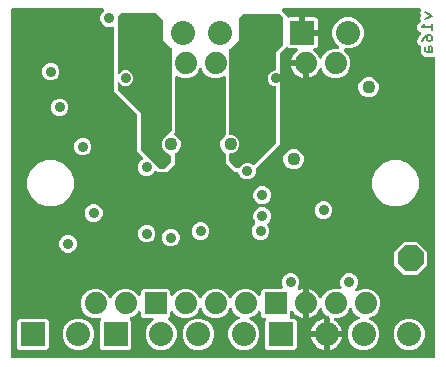
<source format=gbr>
G04 EAGLE Gerber RS-274X export*
G75*
%MOMM*%
%FSLAX34Y34*%
%LPD*%
%INBottom Copper*%
%IPPOS*%
%AMOC8*
5,1,8,0,0,1.08239X$1,22.5*%
G01*
%ADD10C,0.177800*%
%ADD11P,2.336880X8X22.500000*%
%ADD12C,1.879600*%
%ADD13R,1.879600X1.879600*%
%ADD14R,2.032000X2.032000*%
%ADD15C,2.032000*%
%ADD16C,0.889000*%
%ADD17C,1.108000*%

G36*
X362830Y4334D02*
X362830Y4334D01*
X362949Y4341D01*
X362987Y4354D01*
X363028Y4359D01*
X363138Y4402D01*
X363251Y4439D01*
X363286Y4461D01*
X363323Y4476D01*
X363419Y4545D01*
X363520Y4609D01*
X363548Y4639D01*
X363581Y4662D01*
X363657Y4754D01*
X363738Y4841D01*
X363758Y4876D01*
X363783Y4907D01*
X363834Y5015D01*
X363892Y5119D01*
X363902Y5159D01*
X363919Y5195D01*
X363941Y5312D01*
X363971Y5427D01*
X363975Y5487D01*
X363979Y5507D01*
X363977Y5528D01*
X363981Y5588D01*
X363981Y258188D01*
X363966Y258306D01*
X363959Y258425D01*
X363946Y258463D01*
X363941Y258503D01*
X363898Y258614D01*
X363861Y258727D01*
X363839Y258761D01*
X363824Y258799D01*
X363755Y258895D01*
X363691Y258996D01*
X363661Y259024D01*
X363638Y259056D01*
X363546Y259132D01*
X363459Y259214D01*
X363424Y259233D01*
X363393Y259259D01*
X363285Y259310D01*
X363181Y259367D01*
X363141Y259377D01*
X363105Y259395D01*
X362988Y259417D01*
X362873Y259447D01*
X362813Y259451D01*
X362793Y259454D01*
X362772Y259453D01*
X362712Y259457D01*
X355235Y259457D01*
X351531Y263162D01*
X351531Y268134D01*
X351513Y268276D01*
X351498Y268419D01*
X351493Y268433D01*
X351491Y268449D01*
X351438Y268582D01*
X351388Y268717D01*
X351379Y268730D01*
X351374Y268745D01*
X351289Y268861D01*
X351208Y268979D01*
X351196Y268989D01*
X351187Y269002D01*
X351076Y269094D01*
X350968Y269188D01*
X350949Y269199D01*
X350942Y269205D01*
X350925Y269213D01*
X350829Y269269D01*
X349452Y269957D01*
X348420Y273052D01*
X349998Y276208D01*
X350016Y276259D01*
X350043Y276307D01*
X350069Y276409D01*
X350104Y276508D01*
X350108Y276562D01*
X350122Y276615D01*
X350132Y276775D01*
X350132Y277177D01*
X350688Y277733D01*
X350764Y277831D01*
X350845Y277924D01*
X350871Y277969D01*
X350883Y277984D01*
X350892Y278004D01*
X350926Y278063D01*
X351436Y279084D01*
X351448Y279097D01*
X351477Y279154D01*
X351514Y279206D01*
X351549Y279295D01*
X351592Y279380D01*
X351606Y279443D01*
X351630Y279503D01*
X351641Y279597D01*
X351662Y279690D01*
X351660Y279755D01*
X351668Y279818D01*
X351655Y279913D01*
X351652Y280008D01*
X351634Y280070D01*
X351626Y280134D01*
X351590Y280222D01*
X351564Y280314D01*
X351531Y280369D01*
X351507Y280429D01*
X351451Y280506D01*
X351402Y280588D01*
X351330Y280670D01*
X351319Y280685D01*
X351311Y280691D01*
X351296Y280709D01*
X348734Y283270D01*
X348734Y286533D01*
X351284Y289083D01*
X351330Y289142D01*
X351383Y289194D01*
X351427Y289267D01*
X351479Y289334D01*
X351509Y289402D01*
X351547Y289466D01*
X351572Y289548D01*
X351606Y289626D01*
X351617Y289699D01*
X351639Y289771D01*
X351642Y289856D01*
X351655Y289940D01*
X351648Y290014D01*
X351651Y290089D01*
X351634Y290172D01*
X351626Y290256D01*
X351600Y290327D01*
X351585Y290399D01*
X351522Y290548D01*
X351217Y291158D01*
X352116Y293855D01*
X352118Y293864D01*
X352121Y293872D01*
X352148Y294019D01*
X352178Y294167D01*
X352177Y294176D01*
X352179Y294185D01*
X352169Y294334D01*
X352160Y294485D01*
X352158Y294493D01*
X352157Y294502D01*
X352116Y294658D01*
X351217Y297355D01*
X351861Y298644D01*
X351893Y298734D01*
X351933Y298819D01*
X351945Y298883D01*
X351967Y298944D01*
X351975Y299039D01*
X351993Y299132D01*
X351989Y299196D01*
X351994Y299261D01*
X351979Y299355D01*
X351973Y299449D01*
X351953Y299511D01*
X351942Y299575D01*
X351904Y299662D01*
X351875Y299751D01*
X351840Y299806D01*
X351814Y299866D01*
X351756Y299940D01*
X351705Y300020D01*
X351658Y300065D01*
X351617Y300116D01*
X351542Y300173D01*
X351473Y300238D01*
X351416Y300269D01*
X351365Y300309D01*
X351278Y300346D01*
X351195Y300392D01*
X351132Y300408D01*
X351072Y300433D01*
X350978Y300447D01*
X350887Y300471D01*
X350776Y300478D01*
X350757Y300481D01*
X350748Y300480D01*
X350726Y300481D01*
X235058Y300481D01*
X234950Y300468D01*
X234841Y300463D01*
X234793Y300448D01*
X234743Y300441D01*
X234641Y300401D01*
X234537Y300369D01*
X234494Y300343D01*
X234447Y300324D01*
X234359Y300260D01*
X234266Y300203D01*
X234230Y300167D01*
X234190Y300138D01*
X234120Y300053D01*
X234044Y299975D01*
X234019Y299932D01*
X233987Y299893D01*
X233940Y299794D01*
X233886Y299699D01*
X233873Y299651D01*
X233851Y299605D01*
X233831Y299498D01*
X233802Y299393D01*
X233801Y299342D01*
X233791Y299293D01*
X233798Y299184D01*
X233796Y299075D01*
X233808Y299025D01*
X233811Y298975D01*
X233845Y298871D01*
X233870Y298765D01*
X233894Y298721D01*
X233909Y298673D01*
X233968Y298581D01*
X234018Y298484D01*
X234068Y298422D01*
X234079Y298404D01*
X234092Y298392D01*
X234119Y298358D01*
X234682Y297738D01*
X234697Y297726D01*
X234732Y297687D01*
X235902Y296536D01*
X235904Y296528D01*
X235949Y296444D01*
X235985Y296355D01*
X236022Y296303D01*
X236052Y296247D01*
X236153Y296121D01*
X237237Y294928D01*
X237250Y294917D01*
X237279Y294884D01*
X238475Y293688D01*
X238503Y293635D01*
X238537Y293551D01*
X238577Y293495D01*
X238609Y293434D01*
X238710Y293308D01*
X238776Y293235D01*
X238778Y293233D01*
X238782Y293229D01*
X238809Y293199D01*
X238884Y293136D01*
X238885Y293134D01*
X239012Y293018D01*
X239012Y293017D01*
X239038Y293003D01*
X239051Y292993D01*
X239133Y292952D01*
X239292Y292867D01*
X239322Y292859D01*
X239336Y292853D01*
X239422Y292835D01*
X239453Y292827D01*
X239601Y292791D01*
X239633Y292791D01*
X239647Y292788D01*
X239734Y292792D01*
X239825Y292793D01*
X239919Y292794D01*
X239920Y292794D01*
X239963Y292803D01*
X239965Y292803D01*
X239969Y292804D01*
X240076Y292825D01*
X240761Y293009D01*
X248783Y293009D01*
X248783Y281070D01*
X248798Y280952D01*
X248805Y280833D01*
X248818Y280795D01*
X248823Y280755D01*
X248866Y280644D01*
X248903Y280531D01*
X248925Y280497D01*
X248940Y280459D01*
X249010Y280363D01*
X249073Y280262D01*
X249103Y280234D01*
X249126Y280202D01*
X249218Y280126D01*
X249305Y280044D01*
X249340Y280025D01*
X249371Y279999D01*
X249479Y279948D01*
X249583Y279891D01*
X249623Y279880D01*
X249659Y279863D01*
X249776Y279841D01*
X249891Y279811D01*
X249952Y279807D01*
X249972Y279803D01*
X249992Y279805D01*
X250052Y279801D01*
X251323Y279801D01*
X251323Y278530D01*
X251338Y278412D01*
X251345Y278293D01*
X251358Y278255D01*
X251363Y278214D01*
X251407Y278104D01*
X251443Y277991D01*
X251465Y277956D01*
X251480Y277919D01*
X251550Y277823D01*
X251613Y277722D01*
X251643Y277694D01*
X251667Y277661D01*
X251758Y277586D01*
X251845Y277504D01*
X251880Y277484D01*
X251912Y277459D01*
X252019Y277408D01*
X252124Y277350D01*
X252163Y277340D01*
X252199Y277323D01*
X252316Y277301D01*
X252431Y277271D01*
X252492Y277267D01*
X252512Y277263D01*
X252532Y277265D01*
X252592Y277261D01*
X264531Y277261D01*
X264531Y269239D01*
X264323Y268463D01*
X263922Y267768D01*
X263354Y267200D01*
X262659Y266799D01*
X261883Y266591D01*
X261752Y266591D01*
X261673Y266581D01*
X261593Y266581D01*
X261515Y266561D01*
X261436Y266551D01*
X261362Y266522D01*
X261285Y266502D01*
X261215Y266464D01*
X261140Y266434D01*
X261076Y266388D01*
X261006Y266349D01*
X260948Y266295D01*
X260883Y266248D01*
X260832Y266186D01*
X260774Y266132D01*
X260731Y266064D01*
X260680Y266003D01*
X260646Y265931D01*
X260604Y265863D01*
X260579Y265787D01*
X260545Y265715D01*
X260530Y265637D01*
X260505Y265561D01*
X260500Y265481D01*
X260485Y265403D01*
X260490Y265323D01*
X260485Y265243D01*
X260500Y265165D01*
X260505Y265085D01*
X260529Y265009D01*
X260544Y264931D01*
X260578Y264859D01*
X260603Y264783D01*
X260645Y264715D01*
X260679Y264643D01*
X260730Y264581D01*
X260773Y264514D01*
X260831Y264459D01*
X260882Y264398D01*
X261004Y264297D01*
X261004Y264296D01*
X261005Y264296D01*
X261006Y264295D01*
X262109Y263494D01*
X263494Y262108D01*
X264645Y260524D01*
X265580Y258689D01*
X265598Y258662D01*
X265649Y258554D01*
X265669Y258530D01*
X265683Y258504D01*
X265770Y258408D01*
X265852Y258308D01*
X265876Y258291D01*
X265897Y258268D01*
X266005Y258197D01*
X266109Y258121D01*
X266137Y258110D01*
X266162Y258094D01*
X266284Y258052D01*
X266405Y258004D01*
X266435Y258000D01*
X266463Y257990D01*
X266592Y257980D01*
X266720Y257964D01*
X266750Y257968D01*
X266780Y257965D01*
X266908Y257987D01*
X267036Y258003D01*
X267064Y258014D01*
X267094Y258020D01*
X267211Y258073D01*
X267331Y258120D01*
X267356Y258138D01*
X267384Y258150D01*
X267485Y258231D01*
X267589Y258307D01*
X267608Y258330D01*
X267632Y258349D01*
X267710Y258452D01*
X267792Y258551D01*
X267805Y258579D01*
X267823Y258603D01*
X267894Y258747D01*
X268848Y261050D01*
X272350Y264552D01*
X276924Y266447D01*
X281487Y266447D01*
X281625Y266464D01*
X281763Y266477D01*
X281783Y266484D01*
X281803Y266487D01*
X281932Y266538D01*
X282063Y266585D01*
X282079Y266596D01*
X282098Y266604D01*
X282211Y266685D01*
X282326Y266763D01*
X282339Y266779D01*
X282356Y266790D01*
X282444Y266898D01*
X282536Y267002D01*
X282545Y267020D01*
X282558Y267035D01*
X282618Y267161D01*
X282681Y267285D01*
X282685Y267305D01*
X282694Y267323D01*
X282720Y267459D01*
X282751Y267595D01*
X282750Y267616D01*
X282754Y267635D01*
X282745Y267774D01*
X282741Y267913D01*
X282735Y267933D01*
X282734Y267953D01*
X282691Y268085D01*
X282652Y268219D01*
X282642Y268236D01*
X282636Y268255D01*
X282561Y268373D01*
X282491Y268493D01*
X282472Y268514D01*
X282466Y268524D01*
X282451Y268538D01*
X282385Y268613D01*
X278680Y272318D01*
X276669Y277173D01*
X276669Y282427D01*
X278680Y287282D01*
X282396Y290998D01*
X287251Y293009D01*
X292505Y293009D01*
X297360Y290998D01*
X301076Y287282D01*
X303087Y282427D01*
X303087Y277173D01*
X301076Y272318D01*
X297360Y268602D01*
X292505Y266591D01*
X287475Y266591D01*
X287338Y266574D01*
X287199Y266561D01*
X287180Y266554D01*
X287160Y266551D01*
X287031Y266500D01*
X286900Y266453D01*
X286883Y266442D01*
X286864Y266434D01*
X286752Y266353D01*
X286637Y266275D01*
X286623Y266259D01*
X286607Y266248D01*
X286518Y266140D01*
X286426Y266036D01*
X286417Y266018D01*
X286404Y266003D01*
X286345Y265877D01*
X286281Y265753D01*
X286277Y265733D01*
X286268Y265715D01*
X286242Y265579D01*
X286212Y265443D01*
X286212Y265422D01*
X286209Y265403D01*
X286217Y265264D01*
X286221Y265125D01*
X286227Y265105D01*
X286228Y265085D01*
X286271Y264953D01*
X286310Y264819D01*
X286320Y264802D01*
X286326Y264783D01*
X286401Y264665D01*
X286471Y264545D01*
X286490Y264524D01*
X286497Y264514D01*
X286512Y264500D01*
X286578Y264425D01*
X289952Y261050D01*
X291847Y256476D01*
X291847Y251524D01*
X289952Y246950D01*
X286450Y243448D01*
X281876Y241553D01*
X276924Y241553D01*
X272350Y243448D01*
X268848Y246950D01*
X267894Y249253D01*
X267879Y249279D01*
X267870Y249308D01*
X267801Y249416D01*
X267737Y249529D01*
X267715Y249551D01*
X267699Y249576D01*
X267605Y249664D01*
X267515Y249757D01*
X267490Y249773D01*
X267467Y249794D01*
X267354Y249856D01*
X267244Y249924D01*
X267215Y249933D01*
X267189Y249947D01*
X267064Y249979D01*
X266940Y250017D01*
X266910Y250019D01*
X266881Y250026D01*
X266751Y250026D01*
X266623Y250032D01*
X266593Y250026D01*
X266563Y250026D01*
X266438Y249994D01*
X266311Y249968D01*
X266284Y249955D01*
X266255Y249947D01*
X266142Y249885D01*
X266025Y249828D01*
X266002Y249809D01*
X265976Y249794D01*
X265882Y249706D01*
X265783Y249622D01*
X265766Y249597D01*
X265744Y249577D01*
X265675Y249468D01*
X265600Y249362D01*
X265590Y249334D01*
X265573Y249308D01*
X265555Y249262D01*
X264645Y247476D01*
X263494Y245892D01*
X262108Y244506D01*
X260524Y243355D01*
X258778Y242465D01*
X256915Y241860D01*
X256539Y241800D01*
X256539Y252730D01*
X256524Y252848D01*
X256517Y252967D01*
X256504Y253005D01*
X256499Y253045D01*
X256456Y253156D01*
X256419Y253269D01*
X256397Y253303D01*
X256382Y253341D01*
X256312Y253437D01*
X256249Y253538D01*
X256219Y253566D01*
X256195Y253598D01*
X256104Y253674D01*
X256017Y253756D01*
X255982Y253775D01*
X255951Y253801D01*
X255843Y253852D01*
X255739Y253909D01*
X255699Y253920D01*
X255663Y253937D01*
X255546Y253959D01*
X255431Y253989D01*
X255370Y253993D01*
X255350Y253997D01*
X255330Y253995D01*
X255270Y253999D01*
X253999Y253999D01*
X253999Y255270D01*
X253984Y255388D01*
X253977Y255507D01*
X253964Y255545D01*
X253959Y255585D01*
X253915Y255696D01*
X253879Y255809D01*
X253857Y255844D01*
X253842Y255881D01*
X253772Y255977D01*
X253709Y256078D01*
X253679Y256106D01*
X253655Y256139D01*
X253564Y256214D01*
X253477Y256296D01*
X253442Y256316D01*
X253410Y256341D01*
X253303Y256392D01*
X253198Y256450D01*
X253159Y256460D01*
X253123Y256477D01*
X253006Y256499D01*
X252891Y256529D01*
X252830Y256533D01*
X252810Y256537D01*
X252790Y256535D01*
X252730Y256539D01*
X241800Y256539D01*
X241860Y256915D01*
X242465Y258778D01*
X243355Y260524D01*
X244506Y262108D01*
X245891Y263494D01*
X246994Y264295D01*
X247053Y264350D01*
X247117Y264396D01*
X247168Y264458D01*
X247226Y264513D01*
X247269Y264580D01*
X247320Y264641D01*
X247354Y264714D01*
X247397Y264781D01*
X247421Y264857D01*
X247455Y264929D01*
X247470Y265008D01*
X247495Y265084D01*
X247500Y265163D01*
X247515Y265242D01*
X247510Y265321D01*
X247515Y265401D01*
X247500Y265479D01*
X247495Y265559D01*
X247471Y265635D01*
X247456Y265714D01*
X247422Y265786D01*
X247397Y265861D01*
X247355Y265929D01*
X247321Y266001D01*
X247270Y266063D01*
X247227Y266130D01*
X247169Y266185D01*
X247118Y266247D01*
X247054Y266294D01*
X246996Y266348D01*
X246926Y266387D01*
X246861Y266434D01*
X246787Y266463D01*
X246717Y266502D01*
X246640Y266522D01*
X246565Y266551D01*
X246486Y266561D01*
X246409Y266581D01*
X246251Y266591D01*
X246250Y266591D01*
X246249Y266591D01*
X246248Y266591D01*
X240761Y266591D01*
X239985Y266799D01*
X239290Y267200D01*
X238919Y267571D01*
X238825Y267644D01*
X238736Y267723D01*
X238700Y267741D01*
X238668Y267766D01*
X238559Y267813D01*
X238453Y267867D01*
X238414Y267876D01*
X238376Y267892D01*
X238258Y267911D01*
X238143Y267937D01*
X238102Y267936D01*
X238062Y267942D01*
X237944Y267931D01*
X237825Y267927D01*
X237786Y267916D01*
X237746Y267912D01*
X237634Y267872D01*
X237519Y267839D01*
X237484Y267818D01*
X237446Y267805D01*
X237348Y267738D01*
X237245Y267677D01*
X237200Y267638D01*
X237183Y267626D01*
X237170Y267611D01*
X237124Y267571D01*
X235627Y266074D01*
X232401Y262848D01*
X232341Y262770D01*
X232273Y262698D01*
X232244Y262645D01*
X232207Y262597D01*
X232167Y262506D01*
X232119Y262419D01*
X232104Y262361D01*
X232080Y262305D01*
X232065Y262207D01*
X232040Y262111D01*
X232034Y262011D01*
X232030Y261991D01*
X232032Y261979D01*
X232030Y261951D01*
X232030Y185006D01*
X229277Y182254D01*
X212462Y165439D01*
X212402Y165361D01*
X212334Y165289D01*
X212305Y165236D01*
X212268Y165188D01*
X212228Y165097D01*
X212180Y165010D01*
X212165Y164952D01*
X212141Y164896D01*
X212126Y164798D01*
X212101Y164702D01*
X212095Y164602D01*
X212091Y164582D01*
X212093Y164570D01*
X212091Y164542D01*
X212091Y161704D01*
X210950Y158950D01*
X208842Y156842D01*
X206088Y155701D01*
X203106Y155701D01*
X200352Y156842D01*
X198244Y158950D01*
X197179Y161522D01*
X197164Y161547D01*
X197155Y161575D01*
X197086Y161685D01*
X197021Y161798D01*
X197001Y161819D01*
X196985Y161844D01*
X196890Y161933D01*
X196800Y162026D01*
X196775Y162042D01*
X196753Y162062D01*
X196640Y162125D01*
X196529Y162193D01*
X196501Y162201D01*
X196475Y162216D01*
X196349Y162248D01*
X196225Y162286D01*
X196196Y162288D01*
X196167Y162295D01*
X196006Y162305D01*
X193896Y162305D01*
X186435Y169766D01*
X186435Y176959D01*
X186432Y176989D01*
X186434Y177018D01*
X186416Y177119D01*
X186413Y177174D01*
X186405Y177198D01*
X186395Y177275D01*
X186385Y177302D01*
X186379Y177331D01*
X186326Y177449D01*
X186278Y177570D01*
X186261Y177594D01*
X186249Y177621D01*
X186168Y177723D01*
X186092Y177828D01*
X186069Y177847D01*
X186050Y177870D01*
X185946Y177948D01*
X185847Y178031D01*
X185820Y178043D01*
X185796Y178061D01*
X185652Y178132D01*
X185635Y178139D01*
X183219Y180555D01*
X181911Y183712D01*
X181911Y187128D01*
X183219Y190285D01*
X185635Y192701D01*
X185652Y192708D01*
X185677Y192723D01*
X185705Y192732D01*
X185815Y192801D01*
X185928Y192866D01*
X185949Y192886D01*
X185974Y192902D01*
X186063Y192996D01*
X186156Y193087D01*
X186172Y193112D01*
X186192Y193134D01*
X186255Y193247D01*
X186323Y193358D01*
X186331Y193386D01*
X186346Y193412D01*
X186378Y193538D01*
X186416Y193662D01*
X186418Y193692D01*
X186425Y193720D01*
X186435Y193881D01*
X186435Y242205D01*
X186429Y242254D01*
X186431Y242304D01*
X186409Y242411D01*
X186395Y242521D01*
X186377Y242567D01*
X186367Y242615D01*
X186319Y242714D01*
X186278Y242816D01*
X186249Y242856D01*
X186227Y242901D01*
X186156Y242985D01*
X186092Y243074D01*
X186053Y243105D01*
X186021Y243143D01*
X185931Y243206D01*
X185847Y243276D01*
X185802Y243298D01*
X185761Y243326D01*
X185658Y243365D01*
X185559Y243412D01*
X185510Y243421D01*
X185464Y243439D01*
X185354Y243451D01*
X185247Y243472D01*
X185197Y243469D01*
X185148Y243474D01*
X185039Y243459D01*
X184929Y243452D01*
X184882Y243437D01*
X184833Y243430D01*
X184680Y243378D01*
X180276Y241553D01*
X175324Y241553D01*
X170750Y243448D01*
X167248Y246950D01*
X166273Y249305D01*
X166204Y249425D01*
X166139Y249548D01*
X166125Y249563D01*
X166115Y249581D01*
X166018Y249681D01*
X165925Y249784D01*
X165908Y249795D01*
X165894Y249809D01*
X165775Y249882D01*
X165659Y249958D01*
X165640Y249965D01*
X165623Y249976D01*
X165490Y250016D01*
X165358Y250062D01*
X165338Y250063D01*
X165319Y250069D01*
X165180Y250076D01*
X165041Y250087D01*
X165021Y250083D01*
X165001Y250084D01*
X164865Y250056D01*
X164728Y250032D01*
X164709Y250024D01*
X164690Y250020D01*
X164564Y249959D01*
X164438Y249902D01*
X164422Y249889D01*
X164404Y249880D01*
X164298Y249790D01*
X164190Y249703D01*
X164177Y249687D01*
X164162Y249674D01*
X164082Y249560D01*
X163998Y249449D01*
X163986Y249424D01*
X163979Y249414D01*
X163972Y249395D01*
X163927Y249305D01*
X162952Y246950D01*
X159450Y243448D01*
X154876Y241553D01*
X149924Y241553D01*
X145520Y243378D01*
X145472Y243391D01*
X145427Y243412D01*
X145319Y243433D01*
X145213Y243462D01*
X145163Y243462D01*
X145114Y243472D01*
X145005Y243465D01*
X144895Y243467D01*
X144847Y243455D01*
X144797Y243452D01*
X144693Y243418D01*
X144586Y243393D01*
X144542Y243369D01*
X144495Y243354D01*
X144402Y243295D01*
X144305Y243244D01*
X144268Y243210D01*
X144226Y243184D01*
X144151Y243104D01*
X144069Y243030D01*
X144042Y242988D01*
X144008Y242952D01*
X143955Y242856D01*
X143895Y242764D01*
X143878Y242717D01*
X143854Y242674D01*
X143827Y242567D01*
X143791Y242463D01*
X143787Y242414D01*
X143775Y242366D01*
X143765Y242205D01*
X143765Y195801D01*
X143150Y195187D01*
X143120Y195148D01*
X143083Y195114D01*
X143023Y195022D01*
X142955Y194936D01*
X142936Y194890D01*
X142908Y194848D01*
X142873Y194745D01*
X142829Y194644D01*
X142821Y194595D01*
X142805Y194548D01*
X142796Y194438D01*
X142779Y194330D01*
X142784Y194280D01*
X142780Y194231D01*
X142799Y194122D01*
X142809Y194013D01*
X142826Y193966D01*
X142834Y193917D01*
X142879Y193817D01*
X142916Y193714D01*
X142944Y193673D01*
X142965Y193627D01*
X143033Y193542D01*
X143095Y193451D01*
X143132Y193418D01*
X143163Y193379D01*
X143251Y193313D01*
X143333Y193240D01*
X143378Y193218D01*
X143417Y193188D01*
X143562Y193117D01*
X144565Y192701D01*
X146981Y190285D01*
X148289Y187128D01*
X148289Y183712D01*
X146981Y180555D01*
X144565Y178139D01*
X143913Y177869D01*
X143888Y177854D01*
X143860Y177845D01*
X143750Y177776D01*
X143637Y177711D01*
X143616Y177691D01*
X143591Y177675D01*
X143502Y177580D01*
X143409Y177490D01*
X143393Y177465D01*
X143373Y177443D01*
X143310Y177329D01*
X143242Y177219D01*
X143234Y177191D01*
X143219Y177165D01*
X143187Y177039D01*
X143149Y176915D01*
X143147Y176885D01*
X143140Y176857D01*
X143130Y176696D01*
X143130Y168496D01*
X136304Y161670D01*
X129126Y161670D01*
X128086Y162711D01*
X128046Y162742D01*
X128013Y162778D01*
X127921Y162839D01*
X127834Y162906D01*
X127789Y162926D01*
X127747Y162953D01*
X127643Y162989D01*
X127542Y163032D01*
X127493Y163040D01*
X127446Y163056D01*
X127337Y163065D01*
X127228Y163082D01*
X127179Y163078D01*
X127129Y163081D01*
X127021Y163063D01*
X126912Y163052D01*
X126865Y163036D01*
X126816Y163027D01*
X126716Y162982D01*
X126612Y162945D01*
X126571Y162917D01*
X126526Y162896D01*
X126440Y162828D01*
X126349Y162766D01*
X126316Y162729D01*
X126278Y162698D01*
X126212Y162610D01*
X126139Y162528D01*
X126116Y162483D01*
X126086Y162444D01*
X126015Y162299D01*
X125733Y161617D01*
X123625Y159509D01*
X120871Y158368D01*
X117889Y158368D01*
X115135Y159509D01*
X113027Y161617D01*
X111886Y164371D01*
X111886Y167353D01*
X113027Y170107D01*
X115135Y172215D01*
X115817Y172497D01*
X115860Y172522D01*
X115907Y172539D01*
X115998Y172600D01*
X116094Y172655D01*
X116129Y172690D01*
X116170Y172717D01*
X116243Y172800D01*
X116322Y172876D01*
X116348Y172919D01*
X116381Y172956D01*
X116431Y173054D01*
X116488Y173147D01*
X116503Y173195D01*
X116525Y173239D01*
X116549Y173346D01*
X116582Y173451D01*
X116584Y173501D01*
X116595Y173549D01*
X116592Y173659D01*
X116597Y173769D01*
X116587Y173818D01*
X116585Y173867D01*
X116555Y173973D01*
X116533Y174080D01*
X116511Y174125D01*
X116497Y174173D01*
X116441Y174267D01*
X116393Y174366D01*
X116361Y174404D01*
X116335Y174447D01*
X116229Y174568D01*
X111505Y179291D01*
X111505Y209881D01*
X111493Y209979D01*
X111490Y210078D01*
X111473Y210136D01*
X111465Y210196D01*
X111429Y210288D01*
X111401Y210383D01*
X111371Y210435D01*
X111348Y210492D01*
X111290Y210572D01*
X111240Y210657D01*
X111174Y210733D01*
X111162Y210749D01*
X111152Y210757D01*
X111134Y210778D01*
X91820Y230091D01*
X91820Y283825D01*
X91814Y283874D01*
X91816Y283924D01*
X91794Y284031D01*
X91780Y284140D01*
X91762Y284187D01*
X91752Y284235D01*
X91704Y284334D01*
X91663Y284436D01*
X91634Y284476D01*
X91612Y284521D01*
X91541Y284604D01*
X91477Y284694D01*
X91438Y284725D01*
X91406Y284763D01*
X91316Y284826D01*
X91232Y284896D01*
X91187Y284918D01*
X91146Y284946D01*
X91043Y284985D01*
X90944Y285032D01*
X90895Y285041D01*
X90849Y285059D01*
X90739Y285071D01*
X90632Y285092D01*
X90582Y285089D01*
X90533Y285094D01*
X90424Y285079D01*
X90314Y285072D01*
X90267Y285057D01*
X90218Y285050D01*
X90065Y284998D01*
X89121Y284606D01*
X86139Y284606D01*
X83385Y285747D01*
X81277Y287855D01*
X80136Y290609D01*
X80136Y293591D01*
X81277Y296345D01*
X83247Y298315D01*
X83332Y298424D01*
X83421Y298531D01*
X83429Y298550D01*
X83442Y298566D01*
X83497Y298694D01*
X83556Y298819D01*
X83560Y298839D01*
X83568Y298858D01*
X83590Y298996D01*
X83616Y299132D01*
X83615Y299152D01*
X83618Y299172D01*
X83605Y299311D01*
X83596Y299449D01*
X83590Y299468D01*
X83588Y299488D01*
X83541Y299620D01*
X83498Y299751D01*
X83487Y299769D01*
X83481Y299788D01*
X83402Y299903D01*
X83328Y300020D01*
X83313Y300034D01*
X83302Y300051D01*
X83198Y300143D01*
X83096Y300238D01*
X83079Y300248D01*
X83064Y300261D01*
X82939Y300325D01*
X82818Y300392D01*
X82798Y300397D01*
X82780Y300406D01*
X82644Y300436D01*
X82510Y300471D01*
X82482Y300473D01*
X82470Y300476D01*
X82450Y300475D01*
X82349Y300481D01*
X5588Y300481D01*
X5470Y300466D01*
X5351Y300459D01*
X5313Y300446D01*
X5272Y300441D01*
X5162Y300398D01*
X5049Y300361D01*
X5014Y300339D01*
X4977Y300324D01*
X4881Y300255D01*
X4780Y300191D01*
X4752Y300161D01*
X4719Y300138D01*
X4643Y300046D01*
X4562Y299959D01*
X4542Y299924D01*
X4517Y299893D01*
X4466Y299785D01*
X4408Y299681D01*
X4398Y299641D01*
X4381Y299605D01*
X4359Y299488D01*
X4329Y299373D01*
X4325Y299313D01*
X4321Y299293D01*
X4323Y299272D01*
X4319Y299212D01*
X4319Y5588D01*
X4334Y5470D01*
X4341Y5351D01*
X4354Y5313D01*
X4359Y5272D01*
X4402Y5162D01*
X4439Y5049D01*
X4461Y5014D01*
X4476Y4977D01*
X4545Y4881D01*
X4609Y4780D01*
X4639Y4752D01*
X4662Y4719D01*
X4754Y4643D01*
X4841Y4562D01*
X4876Y4542D01*
X4907Y4517D01*
X5015Y4466D01*
X5119Y4408D01*
X5159Y4398D01*
X5195Y4381D01*
X5312Y4359D01*
X5427Y4329D01*
X5487Y4325D01*
X5507Y4321D01*
X5528Y4323D01*
X5588Y4319D01*
X362712Y4319D01*
X362830Y4334D01*
G37*
%LPC*%
G36*
X81799Y11391D02*
X81799Y11391D01*
X80013Y13177D01*
X80013Y36023D01*
X80425Y36435D01*
X80468Y36490D01*
X80518Y36539D01*
X80561Y36609D01*
X80586Y36639D01*
X80590Y36647D01*
X80620Y36686D01*
X80648Y36750D01*
X80684Y36810D01*
X80711Y36895D01*
X80747Y36978D01*
X80758Y37047D01*
X80778Y37114D01*
X80782Y37203D01*
X80796Y37292D01*
X80790Y37362D01*
X80793Y37431D01*
X80775Y37519D01*
X80767Y37609D01*
X80743Y37675D01*
X80729Y37743D01*
X80689Y37823D01*
X80659Y37908D01*
X80620Y37966D01*
X80589Y38028D01*
X80531Y38097D01*
X80480Y38171D01*
X80428Y38217D01*
X80383Y38270D01*
X80309Y38322D01*
X80242Y38382D01*
X80180Y38413D01*
X80123Y38454D01*
X80039Y38485D01*
X79959Y38526D01*
X79891Y38541D01*
X79825Y38566D01*
X79736Y38576D01*
X79649Y38596D01*
X79579Y38594D01*
X79509Y38601D01*
X79420Y38589D01*
X79331Y38586D01*
X79264Y38567D01*
X79194Y38557D01*
X79042Y38505D01*
X78676Y38353D01*
X73724Y38353D01*
X69150Y40248D01*
X65648Y43750D01*
X63753Y48324D01*
X63753Y53276D01*
X65648Y57850D01*
X69150Y61352D01*
X73724Y63247D01*
X78676Y63247D01*
X83250Y61352D01*
X86752Y57850D01*
X87727Y55495D01*
X87796Y55375D01*
X87861Y55252D01*
X87875Y55237D01*
X87885Y55219D01*
X87982Y55119D01*
X88075Y55016D01*
X88092Y55005D01*
X88106Y54991D01*
X88224Y54918D01*
X88341Y54842D01*
X88360Y54835D01*
X88377Y54824D01*
X88510Y54784D01*
X88642Y54738D01*
X88662Y54737D01*
X88681Y54731D01*
X88820Y54724D01*
X88959Y54713D01*
X88979Y54717D01*
X88999Y54716D01*
X89135Y54744D01*
X89272Y54768D01*
X89291Y54776D01*
X89310Y54780D01*
X89435Y54841D01*
X89562Y54898D01*
X89578Y54911D01*
X89596Y54920D01*
X89702Y55010D01*
X89810Y55097D01*
X89823Y55113D01*
X89838Y55126D01*
X89918Y55240D01*
X90002Y55351D01*
X90014Y55376D01*
X90021Y55386D01*
X90028Y55405D01*
X90073Y55495D01*
X91048Y57850D01*
X94550Y61352D01*
X99124Y63247D01*
X104076Y63247D01*
X108650Y61352D01*
X112166Y57836D01*
X112172Y57823D01*
X112224Y57750D01*
X112269Y57672D01*
X112317Y57622D01*
X112358Y57565D01*
X112428Y57508D01*
X112490Y57444D01*
X112550Y57407D01*
X112603Y57362D01*
X112685Y57324D01*
X112761Y57277D01*
X112828Y57257D01*
X112891Y57227D01*
X112979Y57210D01*
X113065Y57184D01*
X113135Y57180D01*
X113204Y57167D01*
X113293Y57173D01*
X113383Y57168D01*
X113451Y57183D01*
X113521Y57187D01*
X113606Y57215D01*
X113694Y57233D01*
X113757Y57263D01*
X113823Y57285D01*
X113899Y57333D01*
X113980Y57372D01*
X114033Y57418D01*
X114092Y57455D01*
X114154Y57520D01*
X114222Y57579D01*
X114262Y57636D01*
X114310Y57687D01*
X114353Y57765D01*
X114405Y57839D01*
X114430Y57904D01*
X114464Y57965D01*
X114486Y58052D01*
X114518Y58136D01*
X114526Y58206D01*
X114543Y58273D01*
X114553Y58434D01*
X114553Y61461D01*
X116339Y63247D01*
X137661Y63247D01*
X139447Y61461D01*
X139447Y58434D01*
X139455Y58364D01*
X139454Y58295D01*
X139475Y58207D01*
X139487Y58118D01*
X139512Y58053D01*
X139529Y57985D01*
X139571Y57906D01*
X139604Y57823D01*
X139645Y57766D01*
X139677Y57704D01*
X139738Y57638D01*
X139790Y57565D01*
X139844Y57521D01*
X139891Y57469D01*
X139966Y57420D01*
X140035Y57362D01*
X140099Y57333D01*
X140157Y57294D01*
X140242Y57265D01*
X140323Y57227D01*
X140392Y57214D01*
X140458Y57191D01*
X140547Y57184D01*
X140635Y57167D01*
X140705Y57171D01*
X140775Y57166D01*
X140863Y57181D01*
X140953Y57187D01*
X141019Y57208D01*
X141088Y57220D01*
X141170Y57257D01*
X141255Y57285D01*
X141314Y57322D01*
X141378Y57351D01*
X141448Y57407D01*
X141524Y57455D01*
X141572Y57506D01*
X141627Y57550D01*
X141681Y57621D01*
X141742Y57687D01*
X141776Y57748D01*
X141818Y57804D01*
X141834Y57836D01*
X145350Y61352D01*
X149924Y63247D01*
X154876Y63247D01*
X159450Y61352D01*
X162952Y57851D01*
X163927Y55495D01*
X163996Y55374D01*
X164061Y55252D01*
X164075Y55237D01*
X164085Y55219D01*
X164182Y55119D01*
X164275Y55016D01*
X164292Y55005D01*
X164306Y54991D01*
X164424Y54918D01*
X164541Y54842D01*
X164560Y54835D01*
X164577Y54824D01*
X164710Y54784D01*
X164842Y54738D01*
X164862Y54737D01*
X164881Y54731D01*
X165020Y54724D01*
X165159Y54713D01*
X165179Y54717D01*
X165199Y54716D01*
X165335Y54744D01*
X165472Y54768D01*
X165491Y54776D01*
X165510Y54780D01*
X165635Y54841D01*
X165762Y54898D01*
X165778Y54911D01*
X165796Y54920D01*
X165902Y55010D01*
X166010Y55097D01*
X166023Y55113D01*
X166038Y55126D01*
X166118Y55240D01*
X166202Y55351D01*
X166214Y55376D01*
X166221Y55386D01*
X166228Y55405D01*
X166273Y55495D01*
X167248Y57850D01*
X170750Y61352D01*
X175324Y63247D01*
X180276Y63247D01*
X184850Y61352D01*
X188352Y57851D01*
X189327Y55495D01*
X189396Y55374D01*
X189461Y55252D01*
X189475Y55237D01*
X189485Y55219D01*
X189582Y55119D01*
X189675Y55016D01*
X189692Y55005D01*
X189706Y54991D01*
X189824Y54918D01*
X189941Y54842D01*
X189960Y54835D01*
X189977Y54824D01*
X190110Y54784D01*
X190242Y54738D01*
X190262Y54737D01*
X190281Y54731D01*
X190420Y54724D01*
X190559Y54713D01*
X190579Y54717D01*
X190599Y54716D01*
X190735Y54744D01*
X190872Y54768D01*
X190891Y54776D01*
X190910Y54780D01*
X191035Y54841D01*
X191162Y54898D01*
X191178Y54911D01*
X191196Y54920D01*
X191302Y55010D01*
X191410Y55097D01*
X191423Y55113D01*
X191438Y55126D01*
X191518Y55240D01*
X191602Y55351D01*
X191614Y55376D01*
X191621Y55386D01*
X191628Y55405D01*
X191673Y55495D01*
X192648Y57850D01*
X196150Y61352D01*
X200724Y63247D01*
X205676Y63247D01*
X210250Y61352D01*
X213766Y57836D01*
X213772Y57823D01*
X213824Y57750D01*
X213869Y57672D01*
X213917Y57622D01*
X213958Y57565D01*
X214028Y57508D01*
X214090Y57444D01*
X214150Y57407D01*
X214203Y57362D01*
X214285Y57324D01*
X214361Y57277D01*
X214428Y57257D01*
X214491Y57227D01*
X214579Y57210D01*
X214665Y57184D01*
X214735Y57180D01*
X214804Y57167D01*
X214893Y57173D01*
X214983Y57168D01*
X215051Y57183D01*
X215121Y57187D01*
X215206Y57215D01*
X215294Y57233D01*
X215357Y57263D01*
X215423Y57285D01*
X215499Y57333D01*
X215580Y57372D01*
X215633Y57418D01*
X215692Y57455D01*
X215754Y57520D01*
X215822Y57579D01*
X215862Y57636D01*
X215910Y57687D01*
X215953Y57765D01*
X216005Y57839D01*
X216030Y57904D01*
X216064Y57965D01*
X216086Y58052D01*
X216118Y58136D01*
X216126Y58206D01*
X216143Y58273D01*
X216153Y58434D01*
X216153Y61461D01*
X217939Y63247D01*
X233498Y63247D01*
X233548Y63253D01*
X233597Y63251D01*
X233705Y63273D01*
X233814Y63287D01*
X233860Y63305D01*
X233909Y63315D01*
X234007Y63363D01*
X234110Y63404D01*
X234150Y63433D01*
X234194Y63455D01*
X234278Y63526D01*
X234367Y63590D01*
X234399Y63629D01*
X234436Y63661D01*
X234500Y63751D01*
X234570Y63835D01*
X234591Y63880D01*
X234620Y63921D01*
X234659Y64024D01*
X234705Y64123D01*
X234715Y64172D01*
X234732Y64218D01*
X234744Y64328D01*
X234765Y64435D01*
X234762Y64485D01*
X234768Y64534D01*
X234752Y64643D01*
X234745Y64753D01*
X234730Y64800D01*
X234723Y64849D01*
X234671Y65002D01*
X233806Y67089D01*
X233806Y70071D01*
X234947Y72825D01*
X237055Y74933D01*
X239809Y76074D01*
X242791Y76074D01*
X245545Y74933D01*
X247653Y72825D01*
X248794Y70071D01*
X248794Y67089D01*
X247653Y64335D01*
X247611Y64293D01*
X247538Y64199D01*
X247459Y64109D01*
X247441Y64074D01*
X247416Y64042D01*
X247368Y63932D01*
X247314Y63826D01*
X247306Y63787D01*
X247290Y63750D01*
X247271Y63632D01*
X247245Y63516D01*
X247246Y63475D01*
X247240Y63436D01*
X247251Y63317D01*
X247255Y63198D01*
X247266Y63159D01*
X247270Y63119D01*
X247310Y63007D01*
X247343Y62892D01*
X247364Y62858D01*
X247377Y62820D01*
X247444Y62721D01*
X247505Y62618D01*
X247533Y62590D01*
X247556Y62557D01*
X247645Y62478D01*
X247730Y62393D01*
X247764Y62373D01*
X247794Y62346D01*
X247901Y62292D01*
X248003Y62231D01*
X248042Y62220D01*
X248077Y62202D01*
X248194Y62176D01*
X248309Y62142D01*
X248349Y62141D01*
X248388Y62132D01*
X248507Y62136D01*
X248626Y62132D01*
X248666Y62141D01*
X248706Y62142D01*
X248820Y62175D01*
X248937Y62201D01*
X248992Y62225D01*
X249011Y62230D01*
X249029Y62241D01*
X249085Y62265D01*
X249222Y62335D01*
X251085Y62940D01*
X251461Y63000D01*
X251461Y52070D01*
X251476Y51952D01*
X251483Y51833D01*
X251496Y51795D01*
X251501Y51755D01*
X251544Y51644D01*
X251581Y51531D01*
X251603Y51497D01*
X251618Y51459D01*
X251688Y51363D01*
X251751Y51262D01*
X251781Y51234D01*
X251804Y51202D01*
X251896Y51126D01*
X251983Y51044D01*
X252018Y51025D01*
X252049Y50999D01*
X252157Y50948D01*
X252261Y50891D01*
X252301Y50880D01*
X252337Y50863D01*
X252454Y50841D01*
X252569Y50811D01*
X252630Y50807D01*
X252650Y50803D01*
X252670Y50805D01*
X252730Y50801D01*
X255270Y50801D01*
X255388Y50816D01*
X255507Y50823D01*
X255545Y50836D01*
X255585Y50841D01*
X255696Y50885D01*
X255809Y50921D01*
X255844Y50943D01*
X255881Y50958D01*
X255977Y51028D01*
X256078Y51091D01*
X256106Y51121D01*
X256139Y51145D01*
X256214Y51236D01*
X256296Y51323D01*
X256316Y51358D01*
X256341Y51390D01*
X256392Y51497D01*
X256450Y51602D01*
X256460Y51641D01*
X256477Y51677D01*
X256499Y51794D01*
X256529Y51909D01*
X256533Y51970D01*
X256537Y51990D01*
X256535Y52010D01*
X256539Y52070D01*
X256539Y63000D01*
X256915Y62940D01*
X258778Y62335D01*
X260524Y61445D01*
X262108Y60294D01*
X263494Y58908D01*
X264645Y57324D01*
X265580Y55489D01*
X265598Y55462D01*
X265649Y55354D01*
X265669Y55330D01*
X265683Y55304D01*
X265770Y55208D01*
X265852Y55108D01*
X265876Y55091D01*
X265897Y55068D01*
X266005Y54997D01*
X266109Y54921D01*
X266137Y54910D01*
X266162Y54894D01*
X266284Y54852D01*
X266405Y54804D01*
X266435Y54800D01*
X266463Y54790D01*
X266592Y54780D01*
X266720Y54764D01*
X266750Y54768D01*
X266780Y54765D01*
X266908Y54787D01*
X267036Y54803D01*
X267064Y54814D01*
X267094Y54820D01*
X267211Y54873D01*
X267331Y54920D01*
X267356Y54938D01*
X267384Y54950D01*
X267485Y55031D01*
X267589Y55107D01*
X267608Y55130D01*
X267632Y55149D01*
X267710Y55252D01*
X267792Y55351D01*
X267805Y55379D01*
X267823Y55403D01*
X267894Y55547D01*
X268848Y57850D01*
X272350Y61352D01*
X276924Y63247D01*
X281876Y63247D01*
X282729Y62893D01*
X282863Y62857D01*
X282996Y62816D01*
X283016Y62815D01*
X283036Y62809D01*
X283175Y62807D01*
X283314Y62801D01*
X283333Y62805D01*
X283354Y62804D01*
X283490Y62837D01*
X283625Y62865D01*
X283643Y62874D01*
X283663Y62878D01*
X283786Y62944D01*
X283911Y63005D01*
X283926Y63018D01*
X283944Y63027D01*
X284047Y63121D01*
X284153Y63211D01*
X284165Y63227D01*
X284180Y63241D01*
X284256Y63358D01*
X284336Y63471D01*
X284343Y63490D01*
X284354Y63507D01*
X284399Y63638D01*
X284449Y63768D01*
X284451Y63788D01*
X284458Y63808D01*
X284469Y63946D01*
X284484Y64084D01*
X284481Y64104D01*
X284483Y64125D01*
X284459Y64262D01*
X284440Y64399D01*
X284430Y64426D01*
X284428Y64438D01*
X284420Y64457D01*
X284387Y64552D01*
X283336Y67089D01*
X283336Y70071D01*
X284477Y72825D01*
X286585Y74933D01*
X289339Y76074D01*
X292321Y76074D01*
X295075Y74933D01*
X297183Y72825D01*
X298324Y70071D01*
X298324Y67089D01*
X297183Y64335D01*
X296201Y63354D01*
X296159Y63298D01*
X296108Y63250D01*
X296062Y63173D01*
X296006Y63102D01*
X295979Y63038D01*
X295942Y62979D01*
X295916Y62893D01*
X295880Y62811D01*
X295869Y62741D01*
X295849Y62675D01*
X295844Y62585D01*
X295830Y62496D01*
X295837Y62427D01*
X295833Y62357D01*
X295852Y62269D01*
X295860Y62180D01*
X295884Y62114D01*
X295898Y62046D01*
X295937Y61965D01*
X295968Y61881D01*
X296007Y61823D01*
X296037Y61760D01*
X296096Y61692D01*
X296146Y61617D01*
X296199Y61571D01*
X296244Y61518D01*
X296317Y61466D01*
X296385Y61407D01*
X296447Y61375D01*
X296504Y61335D01*
X296588Y61303D01*
X296668Y61262D01*
X296736Y61247D01*
X296801Y61222D01*
X296891Y61212D01*
X296978Y61193D01*
X297048Y61195D01*
X297117Y61187D01*
X297206Y61200D01*
X297296Y61202D01*
X297363Y61222D01*
X297432Y61231D01*
X297585Y61284D01*
X302324Y63247D01*
X307276Y63247D01*
X311850Y61352D01*
X315352Y57850D01*
X317247Y53276D01*
X317247Y48324D01*
X315352Y43750D01*
X311850Y40248D01*
X308736Y38958D01*
X308616Y38889D01*
X308493Y38824D01*
X308478Y38811D01*
X308460Y38801D01*
X308360Y38704D01*
X308257Y38610D01*
X308246Y38593D01*
X308232Y38579D01*
X308159Y38461D01*
X308083Y38345D01*
X308076Y38326D01*
X308065Y38308D01*
X308024Y38175D01*
X307979Y38044D01*
X307978Y38024D01*
X307972Y38004D01*
X307965Y37865D01*
X307954Y37727D01*
X307958Y37707D01*
X307957Y37687D01*
X307985Y37550D01*
X308008Y37414D01*
X308017Y37395D01*
X308021Y37375D01*
X308082Y37250D01*
X308139Y37124D01*
X308152Y37108D01*
X308161Y37090D01*
X308251Y36984D01*
X308338Y36875D01*
X308354Y36863D01*
X308367Y36848D01*
X308481Y36767D01*
X308592Y36684D01*
X308617Y36671D01*
X308627Y36664D01*
X308646Y36657D01*
X308736Y36613D01*
X310704Y35798D01*
X314420Y32082D01*
X316431Y27227D01*
X316431Y21973D01*
X314420Y17118D01*
X310704Y13402D01*
X305849Y11391D01*
X300595Y11391D01*
X295740Y13402D01*
X292024Y17118D01*
X290013Y21973D01*
X290013Y27227D01*
X292024Y32082D01*
X295740Y35798D01*
X299286Y37267D01*
X299406Y37335D01*
X299529Y37400D01*
X299544Y37414D01*
X299562Y37424D01*
X299662Y37521D01*
X299765Y37614D01*
X299776Y37631D01*
X299790Y37645D01*
X299863Y37764D01*
X299939Y37880D01*
X299946Y37899D01*
X299957Y37917D01*
X299997Y38049D01*
X300043Y38181D01*
X300044Y38201D01*
X300050Y38220D01*
X300057Y38358D01*
X300068Y38498D01*
X300064Y38518D01*
X300065Y38538D01*
X300037Y38674D01*
X300014Y38811D01*
X300005Y38830D01*
X300001Y38850D01*
X299940Y38975D01*
X299883Y39101D01*
X299870Y39117D01*
X299861Y39135D01*
X299771Y39241D01*
X299684Y39350D01*
X299668Y39362D01*
X299655Y39377D01*
X299541Y39457D01*
X299430Y39541D01*
X299405Y39553D01*
X299395Y39560D01*
X299376Y39568D01*
X299286Y39612D01*
X297750Y40248D01*
X294248Y43750D01*
X293273Y46105D01*
X293204Y46225D01*
X293139Y46348D01*
X293125Y46363D01*
X293115Y46381D01*
X293018Y46481D01*
X292925Y46584D01*
X292908Y46595D01*
X292894Y46609D01*
X292775Y46682D01*
X292659Y46758D01*
X292640Y46765D01*
X292623Y46776D01*
X292490Y46817D01*
X292358Y46862D01*
X292338Y46863D01*
X292319Y46869D01*
X292180Y46876D01*
X292041Y46887D01*
X292021Y46883D01*
X292001Y46884D01*
X291865Y46856D01*
X291728Y46832D01*
X291709Y46824D01*
X291690Y46820D01*
X291564Y46759D01*
X291438Y46702D01*
X291422Y46689D01*
X291404Y46680D01*
X291298Y46590D01*
X291190Y46503D01*
X291177Y46487D01*
X291162Y46474D01*
X291082Y46360D01*
X290998Y46249D01*
X290986Y46224D01*
X290979Y46214D01*
X290972Y46195D01*
X290927Y46105D01*
X289952Y43749D01*
X286450Y40248D01*
X281876Y38353D01*
X279167Y38353D01*
X279147Y38351D01*
X279127Y38353D01*
X278990Y38331D01*
X278852Y38313D01*
X278833Y38306D01*
X278813Y38303D01*
X278685Y38248D01*
X278556Y38196D01*
X278540Y38185D01*
X278521Y38177D01*
X278411Y38091D01*
X278299Y38010D01*
X278286Y37994D01*
X278270Y37982D01*
X278185Y37872D01*
X278096Y37765D01*
X278087Y37746D01*
X278075Y37731D01*
X278019Y37602D01*
X277960Y37477D01*
X277957Y37457D01*
X277949Y37439D01*
X277927Y37301D01*
X277900Y37165D01*
X277902Y37145D01*
X277899Y37125D01*
X277912Y36986D01*
X277920Y36847D01*
X277926Y36828D01*
X277928Y36808D01*
X277975Y36677D01*
X278018Y36545D01*
X278029Y36528D01*
X278036Y36509D01*
X278114Y36394D01*
X278188Y36276D01*
X278203Y36262D01*
X278214Y36246D01*
X278319Y36153D01*
X278420Y36058D01*
X278438Y36048D01*
X278453Y36035D01*
X278591Y35953D01*
X278701Y35897D01*
X280383Y34675D01*
X281853Y33205D01*
X283075Y31523D01*
X284019Y29670D01*
X284661Y27693D01*
X284749Y27139D01*
X274317Y27139D01*
X274317Y38585D01*
X274313Y38614D01*
X274316Y38644D01*
X274294Y38772D01*
X274277Y38901D01*
X274267Y38928D01*
X274261Y38957D01*
X274208Y39076D01*
X274194Y39112D01*
X274189Y39128D01*
X274185Y39133D01*
X274160Y39196D01*
X274143Y39220D01*
X274131Y39247D01*
X274050Y39349D01*
X274042Y39359D01*
X274018Y39397D01*
X274007Y39407D01*
X273973Y39454D01*
X273951Y39472D01*
X273932Y39496D01*
X273837Y39567D01*
X273787Y39615D01*
X273764Y39627D01*
X273729Y39656D01*
X273702Y39669D01*
X273678Y39687D01*
X273534Y39758D01*
X272349Y40248D01*
X268848Y43750D01*
X267894Y46053D01*
X267879Y46079D01*
X267870Y46108D01*
X267801Y46216D01*
X267737Y46329D01*
X267715Y46351D01*
X267699Y46376D01*
X267605Y46464D01*
X267515Y46557D01*
X267490Y46573D01*
X267467Y46594D01*
X267354Y46656D01*
X267244Y46724D01*
X267215Y46733D01*
X267189Y46747D01*
X267064Y46779D01*
X266940Y46817D01*
X266910Y46819D01*
X266881Y46826D01*
X266751Y46826D01*
X266623Y46832D01*
X266593Y46826D01*
X266563Y46826D01*
X266438Y46794D01*
X266311Y46768D01*
X266284Y46755D01*
X266255Y46747D01*
X266142Y46685D01*
X266025Y46628D01*
X266002Y46609D01*
X265976Y46594D01*
X265882Y46506D01*
X265783Y46422D01*
X265766Y46397D01*
X265744Y46377D01*
X265675Y46268D01*
X265600Y46162D01*
X265590Y46134D01*
X265573Y46108D01*
X265555Y46062D01*
X264645Y44276D01*
X263494Y42692D01*
X262108Y41306D01*
X260524Y40155D01*
X258778Y39265D01*
X256915Y38660D01*
X256539Y38600D01*
X256539Y49530D01*
X256524Y49648D01*
X256517Y49767D01*
X256504Y49805D01*
X256499Y49845D01*
X256456Y49956D01*
X256419Y50069D01*
X256397Y50103D01*
X256382Y50141D01*
X256312Y50237D01*
X256249Y50338D01*
X256219Y50366D01*
X256195Y50398D01*
X256104Y50474D01*
X256017Y50556D01*
X255982Y50575D01*
X255951Y50601D01*
X255843Y50652D01*
X255739Y50709D01*
X255699Y50720D01*
X255663Y50737D01*
X255546Y50759D01*
X255431Y50789D01*
X255370Y50793D01*
X255350Y50797D01*
X255330Y50795D01*
X255270Y50799D01*
X252730Y50799D01*
X252612Y50784D01*
X252493Y50777D01*
X252455Y50764D01*
X252414Y50759D01*
X252304Y50715D01*
X252191Y50679D01*
X252156Y50657D01*
X252119Y50642D01*
X252023Y50572D01*
X251922Y50509D01*
X251894Y50479D01*
X251861Y50455D01*
X251786Y50364D01*
X251704Y50277D01*
X251684Y50242D01*
X251659Y50210D01*
X251608Y50103D01*
X251550Y49998D01*
X251540Y49959D01*
X251523Y49923D01*
X251501Y49806D01*
X251471Y49691D01*
X251467Y49630D01*
X251463Y49610D01*
X251465Y49590D01*
X251461Y49530D01*
X251461Y38600D01*
X251085Y38660D01*
X249222Y39265D01*
X247476Y40155D01*
X245892Y41306D01*
X244506Y42692D01*
X243343Y44293D01*
X243288Y44351D01*
X243242Y44415D01*
X243180Y44466D01*
X243125Y44525D01*
X243058Y44567D01*
X242997Y44618D01*
X242924Y44652D01*
X242857Y44695D01*
X242781Y44720D01*
X242709Y44754D01*
X242630Y44769D01*
X242554Y44793D01*
X242475Y44798D01*
X242396Y44813D01*
X242317Y44808D01*
X242237Y44813D01*
X242159Y44799D01*
X242079Y44794D01*
X242003Y44769D01*
X241924Y44754D01*
X241852Y44720D01*
X241777Y44696D01*
X241709Y44653D01*
X241637Y44619D01*
X241575Y44568D01*
X241508Y44525D01*
X241453Y44467D01*
X241391Y44416D01*
X241345Y44352D01*
X241290Y44294D01*
X241251Y44224D01*
X241204Y44159D01*
X241175Y44085D01*
X241136Y44015D01*
X241116Y43938D01*
X241087Y43863D01*
X241077Y43784D01*
X241057Y43707D01*
X241047Y43549D01*
X241047Y43548D01*
X241047Y43547D01*
X241047Y40139D01*
X240883Y39976D01*
X240798Y39866D01*
X240709Y39759D01*
X240701Y39740D01*
X240688Y39724D01*
X240633Y39596D01*
X240574Y39471D01*
X240570Y39451D01*
X240562Y39432D01*
X240540Y39294D01*
X240514Y39158D01*
X240515Y39138D01*
X240512Y39118D01*
X240525Y38979D01*
X240534Y38841D01*
X240540Y38822D01*
X240542Y38802D01*
X240589Y38671D01*
X240632Y38539D01*
X240642Y38521D01*
X240649Y38502D01*
X240727Y38388D01*
X240802Y38270D01*
X240817Y38256D01*
X240828Y38239D01*
X240932Y38147D01*
X241033Y38052D01*
X241051Y38042D01*
X241066Y38029D01*
X241190Y37966D01*
X241312Y37898D01*
X241331Y37893D01*
X241350Y37884D01*
X241486Y37854D01*
X241620Y37819D01*
X241648Y37817D01*
X241660Y37814D01*
X241680Y37815D01*
X241781Y37809D01*
X244645Y37809D01*
X246431Y36023D01*
X246431Y13177D01*
X244645Y11391D01*
X221799Y11391D01*
X220013Y13177D01*
X220013Y36023D01*
X220177Y36186D01*
X220262Y36296D01*
X220351Y36403D01*
X220359Y36422D01*
X220372Y36438D01*
X220427Y36566D01*
X220486Y36691D01*
X220490Y36711D01*
X220498Y36730D01*
X220520Y36868D01*
X220546Y37004D01*
X220545Y37024D01*
X220548Y37044D01*
X220535Y37183D01*
X220526Y37321D01*
X220520Y37340D01*
X220518Y37360D01*
X220471Y37491D01*
X220428Y37623D01*
X220418Y37641D01*
X220411Y37660D01*
X220333Y37774D01*
X220258Y37892D01*
X220243Y37906D01*
X220232Y37923D01*
X220128Y38015D01*
X220027Y38110D01*
X220009Y38120D01*
X219994Y38133D01*
X219870Y38196D01*
X219748Y38264D01*
X219729Y38269D01*
X219710Y38278D01*
X219574Y38308D01*
X219440Y38343D01*
X219412Y38345D01*
X219400Y38348D01*
X219380Y38347D01*
X219279Y38353D01*
X217939Y38353D01*
X216153Y40139D01*
X216153Y43166D01*
X216145Y43235D01*
X216146Y43305D01*
X216125Y43393D01*
X216113Y43482D01*
X216088Y43547D01*
X216071Y43615D01*
X216029Y43694D01*
X215996Y43777D01*
X215955Y43834D01*
X215923Y43896D01*
X215862Y43962D01*
X215810Y44035D01*
X215756Y44079D01*
X215709Y44131D01*
X215634Y44180D01*
X215565Y44238D01*
X215501Y44267D01*
X215443Y44306D01*
X215358Y44335D01*
X215277Y44373D01*
X215208Y44386D01*
X215142Y44409D01*
X215053Y44416D01*
X214965Y44433D01*
X214895Y44428D01*
X214825Y44434D01*
X214737Y44419D01*
X214647Y44413D01*
X214581Y44392D01*
X214512Y44380D01*
X214430Y44343D01*
X214345Y44315D01*
X214286Y44278D01*
X214222Y44249D01*
X214152Y44193D01*
X214076Y44145D01*
X214028Y44094D01*
X213973Y44050D01*
X213920Y43979D01*
X213858Y43913D01*
X213824Y43852D01*
X213782Y43796D01*
X213766Y43764D01*
X210250Y40248D01*
X207214Y38991D01*
X207094Y38922D01*
X206971Y38857D01*
X206956Y38843D01*
X206938Y38833D01*
X206838Y38736D01*
X206735Y38643D01*
X206724Y38626D01*
X206710Y38612D01*
X206637Y38493D01*
X206561Y38377D01*
X206554Y38358D01*
X206543Y38341D01*
X206502Y38208D01*
X206457Y38076D01*
X206456Y38056D01*
X206450Y38037D01*
X206443Y37898D01*
X206432Y37759D01*
X206436Y37739D01*
X206435Y37719D01*
X206463Y37583D01*
X206486Y37446D01*
X206495Y37427D01*
X206499Y37408D01*
X206560Y37282D01*
X206617Y37156D01*
X206630Y37140D01*
X206639Y37122D01*
X206729Y37016D01*
X206816Y36907D01*
X206832Y36895D01*
X206845Y36880D01*
X206959Y36800D01*
X207070Y36716D01*
X207095Y36704D01*
X207105Y36697D01*
X207124Y36689D01*
X207214Y36645D01*
X209260Y35798D01*
X212976Y32082D01*
X214987Y27227D01*
X214987Y21973D01*
X212976Y17118D01*
X209260Y13402D01*
X204405Y11391D01*
X199151Y11391D01*
X194296Y13402D01*
X190580Y17118D01*
X188569Y21973D01*
X188569Y27227D01*
X190580Y32082D01*
X194296Y35798D01*
X197764Y37234D01*
X197885Y37303D01*
X198007Y37368D01*
X198022Y37382D01*
X198040Y37392D01*
X198140Y37489D01*
X198243Y37582D01*
X198254Y37599D01*
X198268Y37613D01*
X198341Y37731D01*
X198417Y37848D01*
X198424Y37867D01*
X198435Y37884D01*
X198475Y38017D01*
X198521Y38149D01*
X198522Y38169D01*
X198528Y38188D01*
X198535Y38327D01*
X198546Y38466D01*
X198542Y38486D01*
X198543Y38506D01*
X198515Y38642D01*
X198492Y38779D01*
X198483Y38797D01*
X198479Y38817D01*
X198418Y38942D01*
X198361Y39069D01*
X198348Y39085D01*
X198339Y39103D01*
X198249Y39209D01*
X198162Y39317D01*
X198146Y39330D01*
X198133Y39345D01*
X198019Y39425D01*
X197908Y39509D01*
X197883Y39521D01*
X197873Y39528D01*
X197854Y39535D01*
X197764Y39580D01*
X196150Y40248D01*
X192648Y43750D01*
X191673Y46105D01*
X191604Y46225D01*
X191539Y46348D01*
X191525Y46363D01*
X191515Y46381D01*
X191418Y46481D01*
X191325Y46584D01*
X191308Y46595D01*
X191294Y46609D01*
X191175Y46682D01*
X191059Y46758D01*
X191040Y46765D01*
X191023Y46776D01*
X190890Y46817D01*
X190758Y46862D01*
X190738Y46863D01*
X190719Y46869D01*
X190580Y46876D01*
X190441Y46887D01*
X190421Y46883D01*
X190401Y46884D01*
X190265Y46856D01*
X190128Y46832D01*
X190109Y46824D01*
X190090Y46820D01*
X189964Y46759D01*
X189838Y46702D01*
X189822Y46689D01*
X189804Y46680D01*
X189698Y46590D01*
X189590Y46503D01*
X189577Y46487D01*
X189562Y46474D01*
X189482Y46360D01*
X189398Y46249D01*
X189386Y46224D01*
X189379Y46214D01*
X189372Y46195D01*
X189327Y46105D01*
X188352Y43749D01*
X184850Y40248D01*
X180276Y38353D01*
X175324Y38353D01*
X170750Y40248D01*
X167248Y43750D01*
X166273Y46105D01*
X166204Y46225D01*
X166139Y46348D01*
X166125Y46363D01*
X166115Y46381D01*
X166018Y46481D01*
X165925Y46584D01*
X165908Y46595D01*
X165894Y46609D01*
X165775Y46682D01*
X165659Y46758D01*
X165640Y46765D01*
X165623Y46776D01*
X165490Y46817D01*
X165358Y46862D01*
X165338Y46863D01*
X165319Y46869D01*
X165180Y46876D01*
X165041Y46887D01*
X165021Y46883D01*
X165001Y46884D01*
X164865Y46856D01*
X164728Y46832D01*
X164709Y46824D01*
X164690Y46820D01*
X164564Y46759D01*
X164438Y46702D01*
X164422Y46689D01*
X164404Y46680D01*
X164298Y46590D01*
X164190Y46503D01*
X164177Y46487D01*
X164162Y46474D01*
X164082Y46360D01*
X163998Y46249D01*
X163986Y46224D01*
X163979Y46214D01*
X163972Y46195D01*
X163927Y46105D01*
X162952Y43749D01*
X159450Y40248D01*
X154876Y38353D01*
X149924Y38353D01*
X145350Y40248D01*
X141834Y43764D01*
X141828Y43777D01*
X141776Y43850D01*
X141731Y43928D01*
X141683Y43978D01*
X141642Y44035D01*
X141572Y44092D01*
X141510Y44156D01*
X141450Y44193D01*
X141397Y44238D01*
X141315Y44276D01*
X141239Y44323D01*
X141172Y44343D01*
X141109Y44373D01*
X141021Y44390D01*
X140935Y44416D01*
X140865Y44420D01*
X140796Y44433D01*
X140707Y44427D01*
X140617Y44432D01*
X140549Y44417D01*
X140479Y44413D01*
X140394Y44385D01*
X140306Y44367D01*
X140243Y44337D01*
X140177Y44315D01*
X140101Y44267D01*
X140020Y44228D01*
X139967Y44182D01*
X139908Y44145D01*
X139846Y44080D01*
X139778Y44021D01*
X139738Y43964D01*
X139690Y43913D01*
X139647Y43835D01*
X139595Y43761D01*
X139570Y43696D01*
X139536Y43635D01*
X139514Y43548D01*
X139482Y43464D01*
X139474Y43394D01*
X139457Y43327D01*
X139447Y43166D01*
X139447Y40139D01*
X137665Y38358D01*
X137635Y38319D01*
X137598Y38285D01*
X137538Y38194D01*
X137471Y38107D01*
X137451Y38061D01*
X137424Y38020D01*
X137388Y37916D01*
X137344Y37815D01*
X137336Y37766D01*
X137320Y37719D01*
X137312Y37609D01*
X137294Y37501D01*
X137299Y37451D01*
X137295Y37402D01*
X137314Y37294D01*
X137324Y37184D01*
X137341Y37137D01*
X137349Y37088D01*
X137395Y36988D01*
X137432Y36885D01*
X137460Y36844D01*
X137480Y36798D01*
X137549Y36712D01*
X137610Y36622D01*
X137648Y36589D01*
X137679Y36550D01*
X137767Y36484D01*
X137849Y36411D01*
X137893Y36389D01*
X137933Y36359D01*
X138077Y36288D01*
X139260Y35798D01*
X142976Y32082D01*
X144987Y27227D01*
X144987Y21973D01*
X142976Y17118D01*
X139260Y13402D01*
X134405Y11391D01*
X129151Y11391D01*
X124296Y13402D01*
X120580Y17118D01*
X118569Y21973D01*
X118569Y27227D01*
X120580Y32082D01*
X124296Y35798D01*
X124570Y35911D01*
X124631Y35946D01*
X124696Y35972D01*
X124768Y36024D01*
X124846Y36069D01*
X124896Y36117D01*
X124953Y36158D01*
X125010Y36228D01*
X125075Y36290D01*
X125111Y36350D01*
X125156Y36403D01*
X125194Y36485D01*
X125241Y36561D01*
X125261Y36628D01*
X125291Y36691D01*
X125308Y36779D01*
X125335Y36865D01*
X125338Y36935D01*
X125351Y37004D01*
X125345Y37093D01*
X125350Y37183D01*
X125336Y37251D01*
X125331Y37321D01*
X125304Y37406D01*
X125285Y37494D01*
X125255Y37557D01*
X125233Y37623D01*
X125185Y37699D01*
X125146Y37780D01*
X125100Y37833D01*
X125063Y37892D01*
X124998Y37954D01*
X124939Y38022D01*
X124882Y38062D01*
X124831Y38110D01*
X124753Y38153D01*
X124679Y38205D01*
X124614Y38230D01*
X124553Y38264D01*
X124466Y38286D01*
X124382Y38318D01*
X124313Y38326D01*
X124245Y38343D01*
X124084Y38353D01*
X116339Y38353D01*
X114553Y40139D01*
X114553Y43166D01*
X114545Y43235D01*
X114546Y43305D01*
X114525Y43393D01*
X114513Y43482D01*
X114488Y43547D01*
X114471Y43615D01*
X114429Y43694D01*
X114396Y43777D01*
X114355Y43834D01*
X114323Y43896D01*
X114262Y43962D01*
X114210Y44035D01*
X114156Y44079D01*
X114109Y44131D01*
X114034Y44180D01*
X113965Y44238D01*
X113901Y44267D01*
X113843Y44306D01*
X113758Y44335D01*
X113677Y44373D01*
X113608Y44386D01*
X113542Y44409D01*
X113453Y44416D01*
X113365Y44433D01*
X113295Y44428D01*
X113225Y44434D01*
X113137Y44419D01*
X113047Y44413D01*
X112981Y44392D01*
X112912Y44380D01*
X112830Y44343D01*
X112745Y44315D01*
X112686Y44278D01*
X112622Y44249D01*
X112552Y44193D01*
X112476Y44145D01*
X112428Y44094D01*
X112373Y44050D01*
X112320Y43979D01*
X112258Y43913D01*
X112224Y43852D01*
X112182Y43796D01*
X112166Y43764D01*
X108650Y40248D01*
X105848Y39087D01*
X105805Y39063D01*
X105758Y39046D01*
X105667Y38984D01*
X105572Y38930D01*
X105536Y38895D01*
X105495Y38867D01*
X105422Y38785D01*
X105343Y38709D01*
X105317Y38666D01*
X105285Y38629D01*
X105235Y38531D01*
X105177Y38437D01*
X105163Y38390D01*
X105140Y38346D01*
X105116Y38239D01*
X105084Y38133D01*
X105081Y38084D01*
X105070Y38035D01*
X105074Y37925D01*
X105068Y37816D01*
X105078Y37767D01*
X105080Y37717D01*
X105111Y37612D01*
X105133Y37504D01*
X105155Y37460D01*
X105168Y37412D01*
X105224Y37318D01*
X105272Y37219D01*
X105305Y37181D01*
X105330Y37138D01*
X105436Y37017D01*
X106431Y36023D01*
X106431Y13177D01*
X104645Y11391D01*
X81799Y11391D01*
G37*
%LPD*%
G36*
X197803Y165355D02*
X197803Y165355D01*
X197805Y165355D01*
X197945Y165375D01*
X198083Y165395D01*
X198085Y165395D01*
X198086Y165395D01*
X198212Y165452D01*
X198343Y165511D01*
X198344Y165512D01*
X198345Y165513D01*
X198453Y165604D01*
X198560Y165695D01*
X198561Y165696D01*
X198562Y165697D01*
X198570Y165710D01*
X198717Y165931D01*
X198727Y165960D01*
X198740Y165982D01*
X199105Y166864D01*
X200928Y168687D01*
X203309Y169673D01*
X205885Y169673D01*
X208266Y168687D01*
X209114Y167839D01*
X209161Y167804D01*
X209201Y167761D01*
X209274Y167719D01*
X209341Y167668D01*
X209396Y167647D01*
X209446Y167618D01*
X209528Y167597D01*
X209607Y167567D01*
X209665Y167562D01*
X209722Y167548D01*
X209806Y167550D01*
X209890Y167543D01*
X209947Y167555D01*
X210006Y167557D01*
X210086Y167583D01*
X210169Y167599D01*
X210221Y167626D01*
X210276Y167644D01*
X210332Y167684D01*
X210421Y167730D01*
X210494Y167799D01*
X210550Y167839D01*
X228683Y185972D01*
X228696Y185989D01*
X228708Y186000D01*
X228738Y186045D01*
X228795Y186106D01*
X228821Y186155D01*
X228854Y186199D01*
X228885Y186281D01*
X228925Y186359D01*
X228933Y186407D01*
X228955Y186465D01*
X228967Y186613D01*
X228980Y186690D01*
X228980Y233807D01*
X228972Y233865D01*
X228974Y233923D01*
X228952Y234005D01*
X228940Y234089D01*
X228917Y234142D01*
X228902Y234198D01*
X228859Y234271D01*
X228824Y234348D01*
X228786Y234393D01*
X228757Y234443D01*
X228695Y234501D01*
X228641Y234565D01*
X228592Y234597D01*
X228549Y234637D01*
X228474Y234676D01*
X228404Y234723D01*
X228348Y234740D01*
X228296Y234767D01*
X228228Y234778D01*
X228133Y234808D01*
X228033Y234811D01*
X227965Y234822D01*
X227312Y234822D01*
X224931Y235808D01*
X223108Y237631D01*
X222122Y240012D01*
X222122Y242588D01*
X223108Y244969D01*
X224931Y246792D01*
X227312Y247778D01*
X227965Y247778D01*
X228023Y247786D01*
X228081Y247784D01*
X228163Y247806D01*
X228247Y247818D01*
X228300Y247841D01*
X228356Y247856D01*
X228429Y247899D01*
X228506Y247934D01*
X228551Y247972D01*
X228601Y248001D01*
X228659Y248063D01*
X228723Y248117D01*
X228755Y248166D01*
X228795Y248209D01*
X228834Y248284D01*
X228881Y248354D01*
X228898Y248410D01*
X228925Y248462D01*
X228936Y248530D01*
X228966Y248625D01*
X228969Y248725D01*
X228980Y248793D01*
X228980Y263740D01*
X235033Y269792D01*
X235085Y269862D01*
X235145Y269926D01*
X235171Y269975D01*
X235204Y270019D01*
X235235Y270101D01*
X235275Y270179D01*
X235283Y270227D01*
X235305Y270285D01*
X235317Y270433D01*
X235330Y270510D01*
X235330Y292100D01*
X235321Y292163D01*
X235322Y292226D01*
X235302Y292303D01*
X235290Y292382D01*
X235265Y292439D01*
X235248Y292501D01*
X235212Y292556D01*
X235174Y292641D01*
X235105Y292722D01*
X235066Y292783D01*
X232526Y295577D01*
X232437Y295651D01*
X232352Y295729D01*
X232328Y295741D01*
X232307Y295758D01*
X232201Y295805D01*
X232098Y295856D01*
X232074Y295860D01*
X232047Y295872D01*
X231775Y295908D01*
X231767Y295909D01*
X201287Y295655D01*
X201146Y295634D01*
X201007Y295614D01*
X201006Y295613D01*
X201005Y295613D01*
X200879Y295555D01*
X200749Y295496D01*
X200748Y295495D01*
X200747Y295495D01*
X200532Y295309D01*
X200516Y295286D01*
X200500Y295271D01*
X197579Y291588D01*
X197564Y291563D01*
X197544Y291541D01*
X197492Y291440D01*
X197435Y291343D01*
X197428Y291314D01*
X197414Y291288D01*
X197401Y291211D01*
X197365Y291067D01*
X197367Y291005D01*
X197359Y290957D01*
X197359Y272866D01*
X189820Y266056D01*
X189747Y265970D01*
X189670Y265887D01*
X189656Y265861D01*
X189637Y265838D01*
X189592Y265735D01*
X189540Y265634D01*
X189536Y265608D01*
X189523Y265578D01*
X189490Y265331D01*
X189485Y265303D01*
X189485Y194008D01*
X189493Y193950D01*
X189491Y193892D01*
X189513Y193810D01*
X189525Y193726D01*
X189549Y193673D01*
X189563Y193617D01*
X189606Y193544D01*
X189641Y193467D01*
X189679Y193422D01*
X189709Y193372D01*
X189770Y193314D01*
X189825Y193250D01*
X189873Y193218D01*
X189916Y193178D01*
X189991Y193139D01*
X190061Y193092D01*
X190117Y193075D01*
X190169Y193048D01*
X190237Y193037D01*
X190332Y193007D01*
X190432Y193004D01*
X190500Y192993D01*
X192006Y192993D01*
X194790Y191840D01*
X196920Y189710D01*
X198073Y186926D01*
X198073Y183914D01*
X196920Y181130D01*
X194790Y179000D01*
X192006Y177847D01*
X190500Y177847D01*
X190442Y177839D01*
X190384Y177841D01*
X190302Y177819D01*
X190219Y177807D01*
X190165Y177784D01*
X190109Y177769D01*
X190036Y177726D01*
X189959Y177691D01*
X189914Y177653D01*
X189864Y177624D01*
X189806Y177562D01*
X189742Y177508D01*
X189710Y177459D01*
X189670Y177416D01*
X189631Y177341D01*
X189585Y177271D01*
X189567Y177215D01*
X189540Y177163D01*
X189529Y177095D01*
X189499Y177000D01*
X189496Y176900D01*
X189485Y176832D01*
X189485Y171450D01*
X189496Y171369D01*
X189495Y171330D01*
X189498Y171317D01*
X189500Y171276D01*
X189517Y171223D01*
X189525Y171169D01*
X189555Y171100D01*
X189567Y171055D01*
X189576Y171039D01*
X189587Y171005D01*
X189615Y170966D01*
X189641Y170909D01*
X189684Y170858D01*
X189712Y170810D01*
X189755Y170771D01*
X189782Y170732D01*
X194862Y165652D01*
X194932Y165600D01*
X194996Y165540D01*
X195045Y165514D01*
X195089Y165481D01*
X195171Y165450D01*
X195249Y165410D01*
X195297Y165402D01*
X195355Y165380D01*
X195503Y165368D01*
X195580Y165355D01*
X197802Y165355D01*
X197803Y165355D01*
G37*
G36*
X134707Y164732D02*
X134707Y164732D01*
X134794Y164735D01*
X134847Y164752D01*
X134902Y164760D01*
X134981Y164795D01*
X135065Y164822D01*
X135104Y164850D01*
X135161Y164876D01*
X135274Y164972D01*
X135338Y165017D01*
X139783Y169462D01*
X139835Y169532D01*
X139895Y169596D01*
X139921Y169645D01*
X139954Y169689D01*
X139985Y169771D01*
X140025Y169849D01*
X140033Y169897D01*
X140055Y169955D01*
X140067Y170103D01*
X140080Y170180D01*
X140080Y175260D01*
X140068Y175347D01*
X140065Y175434D01*
X140048Y175487D01*
X140040Y175542D01*
X140005Y175621D01*
X139978Y175705D01*
X139950Y175744D01*
X139924Y175801D01*
X139828Y175914D01*
X139783Y175978D01*
X137858Y177903D01*
X137833Y177921D01*
X137813Y177945D01*
X137747Y177986D01*
X137631Y178073D01*
X137571Y178096D01*
X137529Y178123D01*
X135410Y179000D01*
X133280Y181130D01*
X132127Y183914D01*
X132127Y186926D01*
X133018Y189077D01*
X133026Y189107D01*
X133040Y189134D01*
X133053Y189212D01*
X133089Y189352D01*
X133087Y189416D01*
X133092Y189445D01*
X133099Y189454D01*
X133123Y189475D01*
X133165Y189541D01*
X133252Y189657D01*
X133266Y189696D01*
X135414Y191844D01*
X135417Y191845D01*
X135481Y191890D01*
X135606Y191964D01*
X135650Y192011D01*
X135690Y192039D01*
X140418Y196767D01*
X140470Y196837D01*
X140530Y196901D01*
X140556Y196950D01*
X140589Y196994D01*
X140620Y197076D01*
X140660Y197154D01*
X140668Y197202D01*
X140690Y197260D01*
X140702Y197408D01*
X140715Y197485D01*
X140715Y266319D01*
X140703Y266406D01*
X140700Y266493D01*
X140683Y266546D01*
X140675Y266601D01*
X140640Y266680D01*
X140613Y266764D01*
X140585Y266803D01*
X140559Y266860D01*
X140463Y266973D01*
X140418Y267037D01*
X133730Y273725D01*
X133730Y289941D01*
X133718Y290028D01*
X133715Y290115D01*
X133698Y290168D01*
X133690Y290223D01*
X133655Y290302D01*
X133628Y290386D01*
X133600Y290425D01*
X133574Y290482D01*
X133478Y290595D01*
X133433Y290659D01*
X128099Y295993D01*
X128031Y296044D01*
X127969Y296103D01*
X127918Y296129D01*
X127872Y296164D01*
X127792Y296194D01*
X127716Y296233D01*
X127667Y296242D01*
X127606Y296265D01*
X127463Y296277D01*
X127385Y296290D01*
X98048Y296417D01*
X97991Y296409D01*
X97933Y296411D01*
X97851Y296390D01*
X97767Y296379D01*
X97714Y296355D01*
X97657Y296341D01*
X97598Y296304D01*
X97507Y296264D01*
X97431Y296200D01*
X97372Y296163D01*
X95213Y294258D01*
X95136Y294168D01*
X95055Y294081D01*
X95044Y294060D01*
X95029Y294042D01*
X94979Y293934D01*
X94925Y293828D01*
X94922Y293807D01*
X94911Y293783D01*
X94870Y293502D01*
X94870Y293499D01*
X94870Y293497D01*
X94870Y246182D01*
X94874Y246153D01*
X94871Y246123D01*
X94894Y246012D01*
X94910Y245900D01*
X94922Y245873D01*
X94927Y245845D01*
X94980Y245744D01*
X95026Y245641D01*
X95045Y245618D01*
X95058Y245592D01*
X95136Y245510D01*
X95210Y245424D01*
X95234Y245408D01*
X95254Y245386D01*
X95352Y245329D01*
X95446Y245266D01*
X95474Y245257D01*
X95499Y245243D01*
X95609Y245215D01*
X95717Y245180D01*
X95747Y245180D01*
X95775Y245172D01*
X95888Y245176D01*
X96001Y245173D01*
X96030Y245181D01*
X96059Y245181D01*
X96167Y245216D01*
X96276Y245245D01*
X96302Y245260D01*
X96330Y245269D01*
X96394Y245315D01*
X96521Y245390D01*
X96564Y245436D01*
X96603Y245464D01*
X98185Y247046D01*
X100566Y248032D01*
X103142Y248032D01*
X105523Y247046D01*
X107346Y245223D01*
X108332Y242842D01*
X108332Y240266D01*
X107346Y237885D01*
X105523Y236062D01*
X103142Y235076D01*
X100566Y235076D01*
X98185Y236062D01*
X96603Y237644D01*
X96579Y237662D01*
X96561Y237684D01*
X96466Y237747D01*
X96376Y237815D01*
X96348Y237826D01*
X96324Y237842D01*
X96216Y237876D01*
X96110Y237916D01*
X96081Y237919D01*
X96053Y237928D01*
X95940Y237931D01*
X95827Y237940D01*
X95798Y237934D01*
X95769Y237935D01*
X95659Y237906D01*
X95548Y237884D01*
X95522Y237870D01*
X95494Y237863D01*
X95397Y237805D01*
X95296Y237753D01*
X95274Y237733D01*
X95249Y237718D01*
X95172Y237635D01*
X95090Y237557D01*
X95075Y237532D01*
X95055Y237511D01*
X95003Y237410D01*
X94946Y237312D01*
X94939Y237284D01*
X94925Y237257D01*
X94912Y237180D01*
X94876Y237036D01*
X94878Y236974D01*
X94870Y236926D01*
X94870Y231775D01*
X94882Y231688D01*
X94885Y231601D01*
X94902Y231548D01*
X94910Y231494D01*
X94945Y231414D01*
X94972Y231330D01*
X95000Y231291D01*
X95026Y231234D01*
X95122Y231121D01*
X95137Y231100D01*
X95142Y231090D01*
X95146Y231087D01*
X95167Y231057D01*
X114555Y211670D01*
X114555Y180975D01*
X114567Y180888D01*
X114570Y180801D01*
X114587Y180748D01*
X114595Y180694D01*
X114630Y180614D01*
X114657Y180530D01*
X114685Y180491D01*
X114711Y180434D01*
X114764Y180371D01*
X114790Y180328D01*
X114826Y180294D01*
X114852Y180257D01*
X130092Y165017D01*
X130162Y164965D01*
X130226Y164905D01*
X130275Y164879D01*
X130319Y164846D01*
X130401Y164815D01*
X130479Y164775D01*
X130527Y164767D01*
X130585Y164745D01*
X130733Y164733D01*
X130810Y164720D01*
X134620Y164720D01*
X134707Y164732D01*
G37*
%LPC*%
G36*
X326309Y132841D02*
X326309Y132841D01*
X319121Y135819D01*
X313619Y141321D01*
X310641Y148509D01*
X310641Y156291D01*
X313619Y163479D01*
X319121Y168981D01*
X326309Y171959D01*
X334091Y171959D01*
X341279Y168981D01*
X346781Y163479D01*
X349759Y156291D01*
X349759Y148509D01*
X346781Y141321D01*
X341279Y135819D01*
X334091Y132841D01*
X326309Y132841D01*
G37*
%LPD*%
%LPC*%
G36*
X34209Y132841D02*
X34209Y132841D01*
X27021Y135819D01*
X21519Y141321D01*
X18541Y148509D01*
X18541Y156291D01*
X21519Y163479D01*
X27021Y168981D01*
X34209Y171959D01*
X41991Y171959D01*
X49179Y168981D01*
X54681Y163479D01*
X57659Y156291D01*
X57659Y148509D01*
X54681Y141321D01*
X49179Y135819D01*
X41991Y132841D01*
X34209Y132841D01*
G37*
%LPD*%
%LPC*%
G36*
X11799Y11391D02*
X11799Y11391D01*
X10013Y13177D01*
X10013Y36023D01*
X11799Y37809D01*
X34645Y37809D01*
X36431Y36023D01*
X36431Y13177D01*
X34645Y11391D01*
X11799Y11391D01*
G37*
%LPD*%
%LPC*%
G36*
X337166Y75056D02*
X337166Y75056D01*
X329056Y83166D01*
X329056Y94634D01*
X337166Y102744D01*
X348634Y102744D01*
X356744Y94634D01*
X356744Y83166D01*
X348634Y75056D01*
X337166Y75056D01*
G37*
%LPD*%
%LPC*%
G36*
X339151Y11391D02*
X339151Y11391D01*
X334296Y13402D01*
X330580Y17118D01*
X328569Y21973D01*
X328569Y27227D01*
X330580Y32082D01*
X334296Y35798D01*
X339151Y37809D01*
X344405Y37809D01*
X349260Y35798D01*
X352976Y32082D01*
X354987Y27227D01*
X354987Y21973D01*
X352976Y17118D01*
X349260Y13402D01*
X344405Y11391D01*
X339151Y11391D01*
G37*
%LPD*%
%LPC*%
G36*
X160595Y11391D02*
X160595Y11391D01*
X155740Y13402D01*
X152024Y17118D01*
X150013Y21973D01*
X150013Y27227D01*
X152024Y32082D01*
X155740Y35798D01*
X160595Y37809D01*
X165849Y37809D01*
X170704Y35798D01*
X174420Y32082D01*
X176431Y27227D01*
X176431Y21973D01*
X174420Y17118D01*
X170704Y13402D01*
X165849Y11391D01*
X160595Y11391D01*
G37*
%LPD*%
%LPC*%
G36*
X59151Y11391D02*
X59151Y11391D01*
X54296Y13402D01*
X50580Y17118D01*
X48569Y21973D01*
X48569Y27227D01*
X50580Y32082D01*
X54296Y35798D01*
X59151Y37809D01*
X64405Y37809D01*
X69260Y35798D01*
X72976Y32082D01*
X74987Y27227D01*
X74987Y21973D01*
X72976Y17118D01*
X69260Y13402D01*
X64405Y11391D01*
X59151Y11391D01*
G37*
%LPD*%
%LPC*%
G36*
X214409Y104520D02*
X214409Y104520D01*
X211655Y105661D01*
X209547Y107769D01*
X208406Y110523D01*
X208406Y113505D01*
X209547Y116259D01*
X211263Y117974D01*
X211336Y118069D01*
X211415Y118158D01*
X211433Y118194D01*
X211458Y118226D01*
X211505Y118335D01*
X211559Y118441D01*
X211568Y118480D01*
X211584Y118518D01*
X211603Y118635D01*
X211629Y118751D01*
X211628Y118792D01*
X211634Y118832D01*
X211623Y118950D01*
X211619Y119069D01*
X211608Y119108D01*
X211604Y119148D01*
X211564Y119261D01*
X211531Y119375D01*
X211510Y119409D01*
X211497Y119448D01*
X211430Y119546D01*
X211369Y119649D01*
X211329Y119694D01*
X211318Y119711D01*
X211303Y119724D01*
X211263Y119769D01*
X210817Y120215D01*
X209676Y122969D01*
X209676Y125951D01*
X210817Y128705D01*
X212925Y130813D01*
X215679Y131954D01*
X218661Y131954D01*
X221415Y130813D01*
X223523Y128705D01*
X224664Y125951D01*
X224664Y122969D01*
X223523Y120215D01*
X221807Y118499D01*
X221734Y118405D01*
X221655Y118316D01*
X221637Y118280D01*
X221612Y118248D01*
X221565Y118139D01*
X221511Y118033D01*
X221502Y117994D01*
X221486Y117956D01*
X221467Y117839D01*
X221441Y117723D01*
X221442Y117682D01*
X221436Y117642D01*
X221447Y117523D01*
X221451Y117405D01*
X221462Y117366D01*
X221466Y117326D01*
X221506Y117213D01*
X221539Y117099D01*
X221560Y117064D01*
X221573Y117026D01*
X221640Y116928D01*
X221701Y116825D01*
X221741Y116780D01*
X221752Y116763D01*
X221767Y116750D01*
X221807Y116704D01*
X222253Y116259D01*
X223394Y113505D01*
X223394Y110523D01*
X222253Y107769D01*
X220145Y105661D01*
X217391Y104520D01*
X214409Y104520D01*
G37*
%LPD*%
%LPC*%
G36*
X305632Y225091D02*
X305632Y225091D01*
X302475Y226399D01*
X300059Y228815D01*
X298751Y231972D01*
X298751Y235388D01*
X300059Y238545D01*
X302475Y240961D01*
X305632Y242269D01*
X309048Y242269D01*
X312205Y240961D01*
X314621Y238545D01*
X315929Y235388D01*
X315929Y231972D01*
X314621Y228815D01*
X312205Y226399D01*
X309048Y225091D01*
X305632Y225091D01*
G37*
%LPD*%
%LPC*%
G36*
X242132Y164131D02*
X242132Y164131D01*
X238975Y165439D01*
X236559Y167855D01*
X235251Y171012D01*
X235251Y174428D01*
X236559Y177585D01*
X238975Y180001D01*
X242132Y181309D01*
X245548Y181309D01*
X248705Y180001D01*
X251121Y177585D01*
X252429Y174428D01*
X252429Y171012D01*
X251121Y167855D01*
X248705Y165439D01*
X245548Y164131D01*
X242132Y164131D01*
G37*
%LPD*%
%LPC*%
G36*
X36609Y239521D02*
X36609Y239521D01*
X33855Y240662D01*
X31747Y242770D01*
X30606Y245524D01*
X30606Y248506D01*
X31747Y251260D01*
X33855Y253368D01*
X36609Y254509D01*
X39591Y254509D01*
X42345Y253368D01*
X44453Y251260D01*
X45594Y248506D01*
X45594Y245524D01*
X44453Y242770D01*
X42345Y240662D01*
X39591Y239521D01*
X36609Y239521D01*
G37*
%LPD*%
%LPC*%
G36*
X44229Y209168D02*
X44229Y209168D01*
X41475Y210309D01*
X39367Y212417D01*
X38226Y215171D01*
X38226Y218153D01*
X39367Y220907D01*
X41475Y223015D01*
X44229Y224156D01*
X47211Y224156D01*
X49965Y223015D01*
X52073Y220907D01*
X53214Y218153D01*
X53214Y215171D01*
X52073Y212417D01*
X49965Y210309D01*
X47211Y209168D01*
X44229Y209168D01*
G37*
%LPD*%
%LPC*%
G36*
X63787Y176021D02*
X63787Y176021D01*
X61033Y177162D01*
X58925Y179270D01*
X57784Y182024D01*
X57784Y185006D01*
X58925Y187760D01*
X61033Y189868D01*
X63787Y191009D01*
X66769Y191009D01*
X69523Y189868D01*
X71631Y187760D01*
X72772Y185006D01*
X72772Y182024D01*
X71631Y179270D01*
X69523Y177162D01*
X66769Y176021D01*
X63787Y176021D01*
G37*
%LPD*%
%LPC*%
G36*
X215679Y134746D02*
X215679Y134746D01*
X212925Y135887D01*
X210817Y137995D01*
X209676Y140749D01*
X209676Y143731D01*
X210817Y146485D01*
X212925Y148593D01*
X215679Y149734D01*
X218661Y149734D01*
X221415Y148593D01*
X223523Y146485D01*
X224664Y143731D01*
X224664Y140749D01*
X223523Y137995D01*
X221415Y135887D01*
X218661Y134746D01*
X215679Y134746D01*
G37*
%LPD*%
%LPC*%
G36*
X267749Y122046D02*
X267749Y122046D01*
X264995Y123187D01*
X262887Y125295D01*
X261746Y128049D01*
X261746Y131031D01*
X262887Y133785D01*
X264995Y135893D01*
X267749Y137034D01*
X270731Y137034D01*
X273485Y135893D01*
X275593Y133785D01*
X276734Y131031D01*
X276734Y128049D01*
X275593Y125295D01*
X273485Y123187D01*
X270731Y122046D01*
X267749Y122046D01*
G37*
%LPD*%
%LPC*%
G36*
X73185Y119760D02*
X73185Y119760D01*
X70431Y120901D01*
X68323Y123009D01*
X67182Y125763D01*
X67182Y128745D01*
X68323Y131499D01*
X70431Y133607D01*
X73185Y134748D01*
X76167Y134748D01*
X78921Y133607D01*
X81029Y131499D01*
X82170Y128745D01*
X82170Y125763D01*
X81029Y123009D01*
X78921Y120901D01*
X76167Y119760D01*
X73185Y119760D01*
G37*
%LPD*%
%LPC*%
G36*
X163609Y104266D02*
X163609Y104266D01*
X160855Y105407D01*
X158747Y107515D01*
X157606Y110269D01*
X157606Y113251D01*
X158747Y116005D01*
X160855Y118113D01*
X163609Y119254D01*
X166591Y119254D01*
X169345Y118113D01*
X171453Y116005D01*
X172594Y113251D01*
X172594Y110269D01*
X171453Y107515D01*
X169345Y105407D01*
X166591Y104266D01*
X163609Y104266D01*
G37*
%LPD*%
%LPC*%
G36*
X117889Y102361D02*
X117889Y102361D01*
X115135Y103502D01*
X113027Y105610D01*
X111886Y108364D01*
X111886Y111346D01*
X113027Y114100D01*
X115135Y116208D01*
X117889Y117349D01*
X120871Y117349D01*
X123625Y116208D01*
X125733Y114100D01*
X126874Y111346D01*
X126874Y108364D01*
X125733Y105610D01*
X123625Y103502D01*
X120871Y102361D01*
X117889Y102361D01*
G37*
%LPD*%
%LPC*%
G36*
X138336Y98932D02*
X138336Y98932D01*
X135582Y100073D01*
X133474Y102181D01*
X132333Y104935D01*
X132333Y107917D01*
X133474Y110671D01*
X135582Y112779D01*
X138336Y113920D01*
X141318Y113920D01*
X144072Y112779D01*
X146180Y110671D01*
X147321Y107917D01*
X147321Y104935D01*
X146180Y102181D01*
X144072Y100073D01*
X141318Y98932D01*
X138336Y98932D01*
G37*
%LPD*%
%LPC*%
G36*
X51595Y93725D02*
X51595Y93725D01*
X48841Y94866D01*
X46733Y96974D01*
X45592Y99728D01*
X45592Y102710D01*
X46733Y105464D01*
X48841Y107572D01*
X51595Y108713D01*
X54577Y108713D01*
X57331Y107572D01*
X59439Y105464D01*
X60580Y102710D01*
X60580Y99728D01*
X59439Y96974D01*
X57331Y94866D01*
X54577Y93725D01*
X51595Y93725D01*
G37*
%LPD*%
%LPC*%
G36*
X253861Y282339D02*
X253861Y282339D01*
X253861Y293009D01*
X261883Y293009D01*
X262659Y292801D01*
X263354Y292400D01*
X263922Y291832D01*
X264323Y291137D01*
X264531Y290361D01*
X264531Y282339D01*
X253861Y282339D01*
G37*
%LPD*%
%LPC*%
G36*
X258807Y27139D02*
X258807Y27139D01*
X258895Y27693D01*
X259537Y29670D01*
X260481Y31523D01*
X261703Y33205D01*
X263173Y34675D01*
X264855Y35897D01*
X266708Y36841D01*
X268685Y37483D01*
X269239Y37571D01*
X269239Y27139D01*
X258807Y27139D01*
G37*
%LPD*%
%LPC*%
G36*
X274317Y22061D02*
X274317Y22061D01*
X284749Y22061D01*
X284661Y21507D01*
X284019Y19530D01*
X283075Y17677D01*
X281853Y15995D01*
X280383Y14525D01*
X278701Y13303D01*
X276848Y12359D01*
X274871Y11717D01*
X274317Y11629D01*
X274317Y22061D01*
G37*
%LPD*%
%LPC*%
G36*
X268685Y11717D02*
X268685Y11717D01*
X266708Y12359D01*
X264855Y13303D01*
X263173Y14525D01*
X261703Y15995D01*
X260481Y17677D01*
X259537Y19530D01*
X258895Y21507D01*
X258807Y22061D01*
X269239Y22061D01*
X269239Y11629D01*
X268685Y11717D01*
G37*
%LPD*%
%LPC*%
G36*
X251085Y241860D02*
X251085Y241860D01*
X249222Y242465D01*
X247476Y243355D01*
X246638Y243964D01*
X245892Y244506D01*
X244506Y245892D01*
X243355Y247476D01*
X242465Y249222D01*
X241860Y251085D01*
X241800Y251461D01*
X251461Y251461D01*
X251461Y241800D01*
X251085Y241860D01*
G37*
%LPD*%
%LPC*%
G36*
X271777Y24599D02*
X271777Y24599D01*
X271777Y24601D01*
X271779Y24601D01*
X271779Y24599D01*
X271777Y24599D01*
G37*
%LPD*%
D10*
X355468Y297053D02*
X361061Y294257D01*
X355468Y291460D01*
X355468Y287698D02*
X352672Y284901D01*
X361061Y284901D01*
X361061Y282105D02*
X361061Y287698D01*
X354070Y275546D02*
X352672Y272750D01*
X354070Y275546D02*
X356866Y278343D01*
X359663Y278343D01*
X361061Y276944D01*
X361061Y274148D01*
X359663Y272750D01*
X358265Y272750D01*
X356866Y274148D01*
X356866Y278343D01*
X355468Y267589D02*
X355468Y264793D01*
X356866Y263395D01*
X361061Y263395D01*
X361061Y267589D01*
X359663Y268987D01*
X358265Y267589D01*
X358265Y263395D01*
D11*
X342900Y88900D03*
D12*
X76200Y50800D03*
X101600Y50800D03*
D13*
X127000Y254000D03*
D12*
X152400Y254000D03*
X177800Y254000D03*
X203200Y254000D03*
X254000Y254000D03*
X279400Y254000D03*
D13*
X127000Y50800D03*
D12*
X152400Y50800D03*
X177800Y50800D03*
X203200Y50800D03*
D14*
X111322Y279800D03*
D15*
X149878Y279800D03*
X181322Y279800D03*
X219878Y279800D03*
D14*
X251322Y279800D03*
D15*
X289878Y279800D03*
D14*
X93222Y24600D03*
D15*
X131778Y24600D03*
X163222Y24600D03*
X201778Y24600D03*
D14*
X233222Y24600D03*
D15*
X271778Y24600D03*
X303222Y24600D03*
X341778Y24600D03*
D14*
X23222Y24600D03*
D15*
X61778Y24600D03*
D13*
X228600Y50800D03*
D12*
X254000Y50800D03*
X279400Y50800D03*
X304800Y50800D03*
D16*
X154305Y163195D03*
X165100Y163195D03*
X175895Y163195D03*
X154305Y152400D03*
X165100Y152400D03*
X175895Y152400D03*
X154305Y141605D03*
X165100Y141351D03*
X175895Y141605D03*
X228092Y169672D03*
X309880Y210185D03*
X256540Y217805D03*
X81280Y231140D03*
X8890Y215900D03*
X189230Y67945D03*
X215900Y69215D03*
X343535Y56769D03*
X82804Y183134D03*
X74930Y158750D03*
X241300Y194310D03*
X101854Y241554D03*
X91440Y193040D03*
X74930Y142240D03*
X220218Y158242D03*
X236220Y149098D03*
X228600Y241300D03*
X65278Y183515D03*
X53086Y101219D03*
X215900Y112014D03*
D17*
X307340Y233680D03*
X243840Y172720D03*
X190500Y185420D03*
X139700Y185420D03*
D16*
X87630Y292100D03*
X74676Y127254D03*
X217170Y142240D03*
X269240Y129540D03*
X130175Y174625D03*
X204597Y163195D03*
X290830Y68580D03*
X119380Y109855D03*
X139827Y106426D03*
X119380Y165862D03*
X200025Y174625D03*
X217170Y124460D03*
X241300Y68580D03*
X45720Y216662D03*
X38100Y247015D03*
X165100Y111760D03*
M02*

</source>
